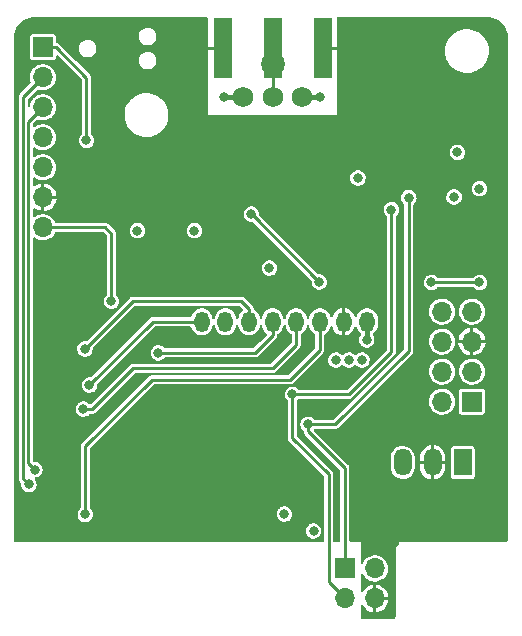
<source format=gbl>
G04 #@! TF.GenerationSoftware,KiCad,Pcbnew,(6.0.1-0)*
G04 #@! TF.CreationDate,2022-06-07T09:46:46+02:00*
G04 #@! TF.ProjectId,ithowifi_4l,6974686f-7769-4666-995f-346c2e6b6963,rev?*
G04 #@! TF.SameCoordinates,Original*
G04 #@! TF.FileFunction,Copper,L4,Bot*
G04 #@! TF.FilePolarity,Positive*
%FSLAX46Y46*%
G04 Gerber Fmt 4.6, Leading zero omitted, Abs format (unit mm)*
G04 Created by KiCad (PCBNEW (6.0.1-0)) date 2022-06-07 09:46:46*
%MOMM*%
%LPD*%
G01*
G04 APERTURE LIST*
G04 #@! TA.AperFunction,ComponentPad*
%ADD10R,1.500000X2.300000*%
G04 #@! TD*
G04 #@! TA.AperFunction,ComponentPad*
%ADD11O,1.500000X2.300000*%
G04 #@! TD*
G04 #@! TA.AperFunction,ComponentPad*
%ADD12R,1.700000X1.700000*%
G04 #@! TD*
G04 #@! TA.AperFunction,ComponentPad*
%ADD13O,1.700000X1.700000*%
G04 #@! TD*
G04 #@! TA.AperFunction,ComponentPad*
%ADD14C,2.000000*%
G04 #@! TD*
G04 #@! TA.AperFunction,SMDPad,CuDef*
%ADD15R,1.500000X5.080000*%
G04 #@! TD*
G04 #@! TA.AperFunction,SMDPad,CuDef*
%ADD16O,1.300000X1.750000*%
G04 #@! TD*
G04 #@! TA.AperFunction,SMDPad,CuDef*
%ADD17C,1.750000*%
G04 #@! TD*
G04 #@! TA.AperFunction,ViaPad*
%ADD18C,0.800000*%
G04 #@! TD*
G04 #@! TA.AperFunction,Conductor*
%ADD19C,0.406400*%
G04 #@! TD*
G04 #@! TA.AperFunction,Conductor*
%ADD20C,0.250000*%
G04 #@! TD*
G04 #@! TA.AperFunction,Conductor*
%ADD21C,0.254000*%
G04 #@! TD*
G04 #@! TA.AperFunction,Conductor*
%ADD22C,0.293370*%
G04 #@! TD*
G04 APERTURE END LIST*
D10*
X121259600Y-142951200D03*
D11*
X118719600Y-142951200D03*
X116179600Y-142951200D03*
D12*
X85725000Y-107797600D03*
D13*
X85725000Y-110337600D03*
X85725000Y-112877600D03*
X85725000Y-115417600D03*
X85725000Y-117957600D03*
X85725000Y-120497600D03*
X85725000Y-123037600D03*
D12*
X111292000Y-151928000D03*
D13*
X113832000Y-151928000D03*
X111292000Y-154468000D03*
X113832000Y-154468000D03*
D14*
X105182180Y-109251460D03*
D12*
X122047000Y-137795000D03*
D13*
X119507000Y-137795000D03*
X122047000Y-135255000D03*
X119507000Y-135255000D03*
X122047000Y-132715000D03*
X119507000Y-132715000D03*
X122047000Y-130175000D03*
X119507000Y-130175000D03*
D15*
X105181400Y-107848400D03*
X100931400Y-107848400D03*
X109431400Y-107848400D03*
D16*
X113172000Y-131039000D03*
X111172000Y-131039000D03*
X109172000Y-131039000D03*
X107172000Y-131039000D03*
X105172000Y-131039000D03*
X103172000Y-131039000D03*
X101172000Y-131039000D03*
X99172000Y-131039000D03*
D17*
X102672000Y-112039000D03*
X105172000Y-112039000D03*
X107672000Y-112039000D03*
D18*
X109220000Y-112014000D03*
X99187000Y-107442000D03*
X99187000Y-105918000D03*
X101092000Y-112014000D03*
X99187000Y-110871000D03*
X99187000Y-112522000D03*
X99187000Y-109093000D03*
X111125000Y-110871000D03*
X111125000Y-114173000D03*
X111125000Y-112522000D03*
X105918000Y-114173000D03*
X109220000Y-114173000D03*
X102489000Y-114173000D03*
X104140000Y-114173000D03*
X100965000Y-114173000D03*
X107569000Y-114173000D03*
X99187000Y-114173000D03*
X102432000Y-138568000D03*
X112032000Y-139368000D03*
X111632000Y-124168000D03*
X112732000Y-124168000D03*
X110532000Y-124168000D03*
X86741000Y-128270000D03*
X111125000Y-105918000D03*
X111125000Y-107442000D03*
X111125000Y-109093000D03*
X101727000Y-132715000D03*
X96647000Y-139750800D03*
X106172000Y-148590000D03*
X89154000Y-148590000D03*
X96647000Y-142798800D03*
X98171000Y-142798800D03*
X95148400Y-142798800D03*
X96647000Y-141274800D03*
X95148400Y-141274800D03*
X95148400Y-139750800D03*
X98171000Y-139750800D03*
X98171000Y-141274800D03*
X122682000Y-127698500D03*
X118618000Y-127698500D03*
X106172000Y-147320000D03*
X111632000Y-134268000D03*
X112732000Y-134268000D03*
X110532000Y-134268000D03*
X122682000Y-119761000D03*
X108631500Y-148751000D03*
X112395000Y-118872000D03*
X98552000Y-123317000D03*
X93726000Y-123317000D03*
X104902000Y-126492000D03*
X113132002Y-132568000D03*
X120813090Y-116686900D03*
X120532000Y-120468000D03*
X89407998Y-115671600D03*
X89309400Y-147345400D03*
X95504000Y-133668000D03*
X89154000Y-138430000D03*
X89662000Y-136397998D03*
X89281000Y-133350000D03*
X85039200Y-143560804D03*
X84531209Y-144805391D03*
X106849400Y-137185400D03*
X115232000Y-121538998D03*
X108174600Y-139725400D03*
X116697000Y-120539000D03*
X103378008Y-121920000D03*
X109132000Y-127668006D03*
X91524600Y-129294600D03*
D19*
X101117000Y-112039000D02*
X101092000Y-112014000D01*
D20*
X109431400Y-107848400D02*
X110718600Y-107848400D01*
X100931400Y-107848400D02*
X99593400Y-107848400D01*
X110718600Y-107848400D02*
X111125000Y-107442000D01*
D19*
X107672000Y-112039000D02*
X109195000Y-112039000D01*
D20*
X99593400Y-107848400D02*
X99187000Y-107442000D01*
D19*
X102672000Y-112039000D02*
X101117000Y-112039000D01*
X109195000Y-112039000D02*
X109220000Y-112014000D01*
D21*
X122682000Y-127698500D02*
X118618000Y-127698500D01*
D19*
X113172000Y-132528002D02*
X113132002Y-132568000D01*
X113172000Y-131039000D02*
X113172000Y-132528002D01*
D21*
X86829000Y-107797600D02*
X89407998Y-110376598D01*
X89407998Y-110376598D02*
X89407998Y-115671600D01*
X85725000Y-107797600D02*
X86829000Y-107797600D01*
X109172000Y-131039000D02*
X109172000Y-133398000D01*
X94918000Y-135968000D02*
X89309400Y-141576600D01*
X106602000Y-135968000D02*
X94918000Y-135968000D01*
X109172000Y-133398000D02*
X106602000Y-135968000D01*
X89309400Y-141576600D02*
X89309400Y-147345400D01*
X105172000Y-132168000D02*
X103672000Y-133668000D01*
X105172000Y-131039000D02*
X105172000Y-132168000D01*
X103672000Y-133668000D02*
X95504000Y-133668000D01*
X107172000Y-131039000D02*
X107172000Y-132985000D01*
X93378000Y-134968000D02*
X89916000Y-138430000D01*
X107172000Y-132985000D02*
X105189000Y-134968000D01*
X105189000Y-134968000D02*
X93378000Y-134968000D01*
X89916000Y-138430000D02*
X89154000Y-138430000D01*
X99172000Y-131039000D02*
X95020998Y-131039000D01*
X95020998Y-131039000D02*
X89662000Y-136397998D01*
X103172000Y-131039000D02*
X103172000Y-129932500D01*
X102525500Y-129286000D02*
X93345000Y-129286000D01*
X103172000Y-129932500D02*
X102525500Y-129286000D01*
X93345000Y-129286000D02*
X89281000Y-133350000D01*
D20*
X84498611Y-114103989D02*
X84498611Y-143020215D01*
X85725000Y-112877600D02*
X84498611Y-114103989D01*
X85039200Y-143560804D02*
X84498611Y-143020215D01*
X85725000Y-110337600D02*
X84048600Y-112014000D01*
X84048600Y-144322782D02*
X84531209Y-144805391D01*
X84048600Y-112014000D02*
X84048600Y-144322782D01*
D21*
X109932000Y-153108000D02*
X109932000Y-143968000D01*
X106849400Y-137185400D02*
X111614600Y-137185400D01*
X111614600Y-137185400D02*
X115232000Y-133568000D01*
X109932000Y-143968000D02*
X106849400Y-140885400D01*
X106849400Y-140885400D02*
X106849400Y-137185400D01*
X115232000Y-133568000D02*
X115232000Y-121538998D01*
X111292000Y-154468000D02*
X109932000Y-153108000D01*
X111292000Y-143428000D02*
X108174600Y-140310600D01*
X108174600Y-140310600D02*
X108174600Y-139725400D01*
X116697000Y-133503000D02*
X110474600Y-139725400D01*
X116697000Y-120539000D02*
X116697000Y-133503000D01*
X110474600Y-139725400D02*
X108174600Y-139725400D01*
X111292000Y-151928000D02*
X111292000Y-143428000D01*
X109132000Y-127668006D02*
X103383994Y-121920000D01*
X103383994Y-121920000D02*
X103378008Y-121920000D01*
D20*
X91524600Y-123579600D02*
X91524600Y-129294600D01*
X90982600Y-123037600D02*
X91524600Y-123579600D01*
X85725000Y-123037600D02*
X90982600Y-123037600D01*
D22*
X105172000Y-107857800D02*
X105181400Y-107848400D01*
X105172000Y-112039000D02*
X105172000Y-107857800D01*
G04 #@! TA.AperFunction,Conductor*
G36*
X99653531Y-105241213D02*
G01*
X99690076Y-105291513D01*
X99695000Y-105322600D01*
X99695000Y-113538000D01*
X110617000Y-113538000D01*
X110617000Y-108162186D01*
X119771018Y-108162186D01*
X119771364Y-108165812D01*
X119771364Y-108165815D01*
X119793590Y-108398774D01*
X119796579Y-108430100D01*
X119797443Y-108433631D01*
X119797444Y-108433637D01*
X119850253Y-108649449D01*
X119860547Y-108691518D01*
X119861914Y-108694893D01*
X119960217Y-108937592D01*
X119960220Y-108937599D01*
X119961583Y-108940963D01*
X119963421Y-108944103D01*
X119963423Y-108944106D01*
X119975063Y-108963986D01*
X120097569Y-109173210D01*
X120179577Y-109275756D01*
X120212761Y-109317250D01*
X120265658Y-109383395D01*
X120268320Y-109385881D01*
X120268323Y-109385885D01*
X120345080Y-109457587D01*
X120462327Y-109567113D01*
X120465317Y-109569187D01*
X120465318Y-109569188D01*
X120680461Y-109718438D01*
X120680465Y-109718440D01*
X120683457Y-109720516D01*
X120686719Y-109722139D01*
X120686721Y-109722140D01*
X120717693Y-109737548D01*
X120924416Y-109840391D01*
X120927874Y-109841525D01*
X120927875Y-109841525D01*
X121176693Y-109923092D01*
X121176696Y-109923093D01*
X121180156Y-109924227D01*
X121183750Y-109924851D01*
X121442299Y-109969743D01*
X121442305Y-109969744D01*
X121445319Y-109970267D01*
X121481922Y-109972089D01*
X121529116Y-109974439D01*
X121529129Y-109974439D01*
X121530348Y-109974500D01*
X121698374Y-109974500D01*
X121700188Y-109974368D01*
X121700199Y-109974368D01*
X121894788Y-109960249D01*
X121894790Y-109960249D01*
X121898425Y-109959985D01*
X121901983Y-109959199D01*
X121901986Y-109959199D01*
X122157667Y-109902749D01*
X122157670Y-109902748D01*
X122161226Y-109901963D01*
X122328025Y-109838769D01*
X122409501Y-109807901D01*
X122409504Y-109807900D01*
X122412900Y-109806613D01*
X122492933Y-109762159D01*
X122644989Y-109677699D01*
X122648172Y-109675931D01*
X122755008Y-109594396D01*
X122859210Y-109514872D01*
X122859212Y-109514870D01*
X122862116Y-109512654D01*
X122997809Y-109373847D01*
X123047696Y-109322815D01*
X123047699Y-109322812D01*
X123050249Y-109320203D01*
X123052395Y-109317255D01*
X123052399Y-109317250D01*
X123184383Y-109135922D01*
X123208630Y-109102610D01*
X123333941Y-108864433D01*
X123349365Y-108820757D01*
X123422345Y-108614095D01*
X123422346Y-108614091D01*
X123423557Y-108610662D01*
X123475601Y-108346611D01*
X123488982Y-108077814D01*
X123485439Y-108040673D01*
X123463767Y-107813525D01*
X123463767Y-107813523D01*
X123463421Y-107809900D01*
X123453100Y-107767718D01*
X123400319Y-107552021D01*
X123399453Y-107548482D01*
X123394922Y-107537296D01*
X123299783Y-107302408D01*
X123299780Y-107302401D01*
X123298417Y-107299037D01*
X123277980Y-107264132D01*
X123212490Y-107152285D01*
X123162431Y-107066790D01*
X123050018Y-106926224D01*
X122996619Y-106859452D01*
X122996618Y-106859450D01*
X122994342Y-106856605D01*
X122991680Y-106854119D01*
X122991677Y-106854115D01*
X122855271Y-106726692D01*
X122797673Y-106672887D01*
X122789011Y-106666878D01*
X122579539Y-106521562D01*
X122579535Y-106521560D01*
X122576543Y-106519484D01*
X122571056Y-106516754D01*
X122475773Y-106469352D01*
X122335584Y-106399609D01*
X122332125Y-106398475D01*
X122083307Y-106316908D01*
X122083304Y-106316907D01*
X122079844Y-106315773D01*
X122006596Y-106303055D01*
X121817701Y-106270257D01*
X121817695Y-106270256D01*
X121814681Y-106269733D01*
X121778078Y-106267911D01*
X121730884Y-106265561D01*
X121730871Y-106265561D01*
X121729652Y-106265500D01*
X121561626Y-106265500D01*
X121559812Y-106265632D01*
X121559801Y-106265632D01*
X121365212Y-106279751D01*
X121365210Y-106279751D01*
X121361575Y-106280015D01*
X121358017Y-106280801D01*
X121358014Y-106280801D01*
X121102333Y-106337251D01*
X121102330Y-106337252D01*
X121098774Y-106338037D01*
X121095369Y-106339327D01*
X120850499Y-106432099D01*
X120850496Y-106432100D01*
X120847100Y-106433387D01*
X120843924Y-106435151D01*
X120843922Y-106435152D01*
X120715169Y-106506668D01*
X120611828Y-106564069D01*
X120608930Y-106566280D01*
X120608931Y-106566280D01*
X120416196Y-106713371D01*
X120397884Y-106727346D01*
X120209751Y-106919797D01*
X120207605Y-106922745D01*
X120207601Y-106922750D01*
X120163529Y-106983299D01*
X120051370Y-107137390D01*
X120049671Y-107140620D01*
X120049670Y-107140621D01*
X120036283Y-107166066D01*
X119926059Y-107375567D01*
X119924846Y-107379001D01*
X119924845Y-107379004D01*
X119840425Y-107618063D01*
X119836443Y-107629338D01*
X119784399Y-107893389D01*
X119771018Y-108162186D01*
X110617000Y-108162186D01*
X110617000Y-105322600D01*
X110636213Y-105263469D01*
X110686513Y-105226924D01*
X110717600Y-105222000D01*
X123297076Y-105222000D01*
X123316701Y-105223933D01*
X123332000Y-105226976D01*
X123341718Y-105225043D01*
X123351626Y-105225043D01*
X123351626Y-105225051D01*
X123363913Y-105224283D01*
X123573308Y-105239259D01*
X123587515Y-105241302D01*
X123816876Y-105291196D01*
X123830648Y-105295240D01*
X124050574Y-105377268D01*
X124063627Y-105383229D01*
X124269655Y-105495729D01*
X124281717Y-105503482D01*
X124469623Y-105644146D01*
X124480471Y-105653545D01*
X124646455Y-105819529D01*
X124655854Y-105830377D01*
X124796516Y-106018279D01*
X124804271Y-106030345D01*
X124904340Y-106213606D01*
X124916770Y-106236370D01*
X124922732Y-106249426D01*
X125004760Y-106469352D01*
X125008804Y-106483124D01*
X125058698Y-106712485D01*
X125060741Y-106726692D01*
X125075717Y-106936087D01*
X125074949Y-106948374D01*
X125074957Y-106948374D01*
X125074957Y-106958282D01*
X125073024Y-106968000D01*
X125074957Y-106977718D01*
X125076067Y-106983299D01*
X125078000Y-107002924D01*
X125078000Y-149433075D01*
X125076067Y-149452701D01*
X125073024Y-149467999D01*
X125074957Y-149477718D01*
X125074957Y-149479291D01*
X125073718Y-149495029D01*
X125068451Y-149528283D01*
X125058725Y-149558216D01*
X125038252Y-149598397D01*
X125019752Y-149623861D01*
X125005078Y-149638535D01*
X124949680Y-149666761D01*
X124933943Y-149668000D01*
X115832000Y-149668000D01*
X115832000Y-149855540D01*
X115812787Y-149914671D01*
X115802532Y-149926678D01*
X115800086Y-149929124D01*
X115796262Y-149932262D01*
X115702039Y-150047073D01*
X115632025Y-150178061D01*
X115588910Y-150320190D01*
X115588426Y-150325106D01*
X115588425Y-150325110D01*
X115576139Y-150449862D01*
X115574958Y-150457823D01*
X115574958Y-150458278D01*
X115573024Y-150467999D01*
X115574957Y-150477717D01*
X115574957Y-150477719D01*
X115576067Y-150483298D01*
X115578000Y-150502923D01*
X115578000Y-155933075D01*
X115576067Y-155952701D01*
X115573024Y-155967999D01*
X115574957Y-155977718D01*
X115574957Y-155979291D01*
X115573718Y-155995029D01*
X115568451Y-156028283D01*
X115558725Y-156058216D01*
X115538252Y-156098397D01*
X115519752Y-156123861D01*
X115487861Y-156155752D01*
X115462397Y-156174252D01*
X115422216Y-156194725D01*
X115392283Y-156204451D01*
X115359029Y-156209718D01*
X115343291Y-156210957D01*
X115341718Y-156210957D01*
X115331999Y-156209024D01*
X115322281Y-156210957D01*
X115316701Y-156212067D01*
X115297075Y-156214000D01*
X112732600Y-156214000D01*
X112673469Y-156194787D01*
X112636924Y-156144487D01*
X112632000Y-156113400D01*
X112632000Y-155082028D01*
X112651213Y-155022897D01*
X112701513Y-154986352D01*
X112763687Y-154986352D01*
X112813987Y-155022897D01*
X112823959Y-155039911D01*
X112825700Y-155043687D01*
X112830289Y-155051635D01*
X112947456Y-155217424D01*
X112953428Y-155224416D01*
X113098846Y-155366077D01*
X113105982Y-155371855D01*
X113274782Y-155484644D01*
X113282857Y-155489027D01*
X113469379Y-155569164D01*
X113478118Y-155572003D01*
X113676123Y-155616807D01*
X113685233Y-155618006D01*
X113689079Y-155618157D01*
X113702124Y-155614478D01*
X113704779Y-155611110D01*
X113705000Y-155609873D01*
X113705000Y-155600611D01*
X113959000Y-155600611D01*
X113963188Y-155613501D01*
X113964378Y-155614365D01*
X113970453Y-155614883D01*
X114098176Y-155596364D01*
X114107103Y-155594221D01*
X114299349Y-155528963D01*
X114307733Y-155525230D01*
X114484865Y-155426031D01*
X114492433Y-155420830D01*
X114648518Y-155291015D01*
X114655015Y-155284518D01*
X114784830Y-155128433D01*
X114790031Y-155120865D01*
X114889230Y-154943733D01*
X114892963Y-154935349D01*
X114958221Y-154743103D01*
X114960364Y-154734176D01*
X114978258Y-154610768D01*
X114975963Y-154597411D01*
X114974909Y-154596385D01*
X114968969Y-154595000D01*
X113974933Y-154595000D01*
X113962043Y-154599188D01*
X113959000Y-154603377D01*
X113959000Y-155600611D01*
X113705000Y-155600611D01*
X113705000Y-154325067D01*
X113959000Y-154325067D01*
X113963188Y-154337957D01*
X113967377Y-154341000D01*
X114964144Y-154341000D01*
X114977034Y-154336812D01*
X114978729Y-154334479D01*
X114979140Y-154330801D01*
X114972749Y-154261241D01*
X114971076Y-154252219D01*
X114915968Y-154056821D01*
X114912677Y-154048247D01*
X114822886Y-153866168D01*
X114818091Y-153858343D01*
X114696618Y-153695672D01*
X114690473Y-153688847D01*
X114541397Y-153551043D01*
X114534108Y-153545449D01*
X114362415Y-153437120D01*
X114354228Y-153432948D01*
X114165668Y-153357720D01*
X114156867Y-153355113D01*
X113974628Y-153318863D01*
X113961168Y-153320456D01*
X113961134Y-153320487D01*
X113959000Y-153328665D01*
X113959000Y-154325067D01*
X113705000Y-154325067D01*
X113705000Y-153333948D01*
X113700812Y-153321058D01*
X113700197Y-153320611D01*
X113692937Y-153320088D01*
X113536380Y-153346989D01*
X113527508Y-153349366D01*
X113337047Y-153419631D01*
X113328748Y-153423590D01*
X113154282Y-153527386D01*
X113146850Y-153532786D01*
X112994216Y-153666642D01*
X112987895Y-153673303D01*
X112862208Y-153832737D01*
X112857208Y-153840436D01*
X112821630Y-153908058D01*
X112777094Y-153951443D01*
X112715563Y-153960364D01*
X112660540Y-153931415D01*
X112633041Y-153875652D01*
X112632000Y-153861217D01*
X112632000Y-152421875D01*
X112651213Y-152362744D01*
X112701513Y-152326199D01*
X112763687Y-152326199D01*
X112813987Y-152362744D01*
X112823958Y-152379757D01*
X112871377Y-152482616D01*
X112988533Y-152648389D01*
X113133938Y-152790035D01*
X113137774Y-152792598D01*
X113137775Y-152792599D01*
X113207517Y-152839199D01*
X113302720Y-152902812D01*
X113306956Y-152904632D01*
X113306958Y-152904633D01*
X113439283Y-152961484D01*
X113489228Y-152982942D01*
X113587161Y-153005102D01*
X113682716Y-153026724D01*
X113682719Y-153026724D01*
X113687216Y-153027742D01*
X113788635Y-153031727D01*
X113885444Y-153035531D01*
X113885445Y-153035531D01*
X113890053Y-153035712D01*
X113894610Y-153035051D01*
X113894615Y-153035051D01*
X113990499Y-153021148D01*
X114090945Y-153006584D01*
X114283165Y-152941334D01*
X114460276Y-152842147D01*
X114507265Y-152803067D01*
X114612798Y-152715295D01*
X114616345Y-152712345D01*
X114627737Y-152698648D01*
X114743199Y-152559821D01*
X114743201Y-152559818D01*
X114746147Y-152556276D01*
X114845334Y-152379165D01*
X114910584Y-152186945D01*
X114939712Y-151986053D01*
X114941232Y-151928000D01*
X114922658Y-151725859D01*
X114867557Y-151530487D01*
X114777776Y-151348428D01*
X114656320Y-151185779D01*
X114507258Y-151047987D01*
X114503362Y-151045529D01*
X114503357Y-151045525D01*
X114397443Y-150978699D01*
X114335581Y-150939667D01*
X114147039Y-150864446D01*
X113947946Y-150824844D01*
X113845351Y-150823501D01*
X113749585Y-150822247D01*
X113749581Y-150822247D01*
X113744971Y-150822187D01*
X113544910Y-150856564D01*
X113540588Y-150858158D01*
X113540586Y-150858159D01*
X113358791Y-150925227D01*
X113358788Y-150925228D01*
X113354463Y-150926824D01*
X113180010Y-151030612D01*
X113176544Y-151033651D01*
X113176542Y-151033653D01*
X113030859Y-151161414D01*
X113030856Y-151161417D01*
X113027392Y-151164455D01*
X112901720Y-151323869D01*
X112899574Y-151327948D01*
X112821630Y-151476094D01*
X112777094Y-151519479D01*
X112715563Y-151528400D01*
X112660540Y-151499451D01*
X112633041Y-151443688D01*
X112632000Y-151429253D01*
X112632000Y-149668000D01*
X111774100Y-149668000D01*
X111714969Y-149648787D01*
X111678424Y-149598487D01*
X111673500Y-149567400D01*
X111673500Y-143479433D01*
X111675754Y-143458259D01*
X111676596Y-143454350D01*
X111676596Y-143454342D01*
X111678345Y-143446220D01*
X111674197Y-143411173D01*
X111673728Y-143403209D01*
X111673644Y-143402197D01*
X115175100Y-143402197D01*
X115175357Y-143404726D01*
X115175357Y-143404728D01*
X115175456Y-143405700D01*
X115190542Y-143554224D01*
X115251567Y-143748955D01*
X115254033Y-143753404D01*
X115254034Y-143753406D01*
X115307159Y-143849245D01*
X115350502Y-143927438D01*
X115483305Y-144082382D01*
X115487335Y-144085508D01*
X115623054Y-144190782D01*
X115644551Y-144207457D01*
X115827654Y-144297555D01*
X116025133Y-144348994D01*
X116030218Y-144349261D01*
X116030221Y-144349261D01*
X116134669Y-144354735D01*
X116228923Y-144359675D01*
X116430697Y-144329159D01*
X116435482Y-144327399D01*
X116435484Y-144327398D01*
X116617432Y-144260454D01*
X116617434Y-144260453D01*
X116622215Y-144258694D01*
X116626543Y-144256010D01*
X116626546Y-144256009D01*
X116791318Y-144153846D01*
X116791321Y-144153844D01*
X116795651Y-144151159D01*
X116943923Y-144010946D01*
X116989612Y-143945695D01*
X117058053Y-143847951D01*
X117058054Y-143847950D01*
X117060972Y-143843782D01*
X117142018Y-143656497D01*
X117179008Y-143479433D01*
X117182959Y-143460523D01*
X117182959Y-143460519D01*
X117183749Y-143456740D01*
X117184100Y-143450042D01*
X117184100Y-143400795D01*
X117664800Y-143400795D01*
X117665040Y-143405700D01*
X117679402Y-143552171D01*
X117681305Y-143561785D01*
X117738246Y-143750383D01*
X117741981Y-143759444D01*
X117834476Y-143933403D01*
X117839892Y-143941554D01*
X117964412Y-144094230D01*
X117971313Y-144101180D01*
X118123121Y-144226767D01*
X118131233Y-144232238D01*
X118304542Y-144325945D01*
X118313573Y-144329742D01*
X118501780Y-144388002D01*
X118511367Y-144389970D01*
X118576753Y-144396842D01*
X118590012Y-144394024D01*
X118591705Y-144392144D01*
X118592600Y-144387934D01*
X118592600Y-144382914D01*
X118846600Y-144382914D01*
X118850788Y-144395804D01*
X118853141Y-144397513D01*
X118856777Y-144397921D01*
X118913307Y-144392776D01*
X118922926Y-144390941D01*
X119111928Y-144335315D01*
X119121005Y-144331648D01*
X119295599Y-144240372D01*
X119303805Y-144235002D01*
X119457339Y-144111557D01*
X119464338Y-144104704D01*
X119590978Y-143953780D01*
X119596513Y-143945695D01*
X119691425Y-143773051D01*
X119695281Y-143764056D01*
X119754855Y-143576256D01*
X119756892Y-143566675D01*
X119774087Y-143413375D01*
X119774400Y-143407776D01*
X119774400Y-143094133D01*
X119770212Y-143081243D01*
X119766023Y-143078200D01*
X118862533Y-143078200D01*
X118849643Y-143082388D01*
X118846600Y-143086577D01*
X118846600Y-144382914D01*
X118592600Y-144382914D01*
X118592600Y-143094133D01*
X118588412Y-143081243D01*
X118584223Y-143078200D01*
X117680733Y-143078200D01*
X117667843Y-143082388D01*
X117664800Y-143086577D01*
X117664800Y-143400795D01*
X117184100Y-143400795D01*
X117184100Y-142808267D01*
X117664800Y-142808267D01*
X117668988Y-142821157D01*
X117673177Y-142824200D01*
X118576667Y-142824200D01*
X118589557Y-142820012D01*
X118592600Y-142815823D01*
X118592600Y-142808267D01*
X118846600Y-142808267D01*
X118850788Y-142821157D01*
X118854977Y-142824200D01*
X119758467Y-142824200D01*
X119771357Y-142820012D01*
X119774400Y-142815823D01*
X119774400Y-142501605D01*
X119774160Y-142496700D01*
X119759798Y-142350229D01*
X119757895Y-142340615D01*
X119700954Y-142152017D01*
X119697219Y-142142956D01*
X119604724Y-141968997D01*
X119599308Y-141960846D01*
X119474788Y-141808170D01*
X119467887Y-141801220D01*
X119437562Y-141776133D01*
X120255100Y-141776133D01*
X120255101Y-144126266D01*
X120260587Y-144153846D01*
X120267753Y-144189875D01*
X120269866Y-144200501D01*
X120275369Y-144208736D01*
X120275369Y-144208737D01*
X120317351Y-144271566D01*
X120326116Y-144284684D01*
X120334353Y-144290188D01*
X120342011Y-144295305D01*
X120410299Y-144340934D01*
X120450820Y-144348994D01*
X120479681Y-144354735D01*
X120479682Y-144354735D01*
X120484533Y-144355700D01*
X120489480Y-144355700D01*
X121260305Y-144355699D01*
X122034666Y-144355699D01*
X122086543Y-144345381D01*
X122099184Y-144342867D01*
X122099186Y-144342866D01*
X122108901Y-144340934D01*
X122117311Y-144335315D01*
X122184847Y-144290188D01*
X122193084Y-144284684D01*
X122249334Y-144200501D01*
X122264100Y-144126267D01*
X122264099Y-141776134D01*
X122257042Y-141740652D01*
X122251267Y-141711616D01*
X122251266Y-141711614D01*
X122249334Y-141701899D01*
X122243830Y-141693661D01*
X122198588Y-141625953D01*
X122193084Y-141617716D01*
X122108901Y-141561466D01*
X122060361Y-141551811D01*
X122039519Y-141547665D01*
X122039518Y-141547665D01*
X122034667Y-141546700D01*
X122029720Y-141546700D01*
X121258895Y-141546701D01*
X120484534Y-141546701D01*
X120452165Y-141553139D01*
X120420016Y-141559533D01*
X120420014Y-141559534D01*
X120410299Y-141561466D01*
X120402064Y-141566969D01*
X120402063Y-141566969D01*
X120342011Y-141607095D01*
X120326116Y-141617716D01*
X120269866Y-141701899D01*
X120255100Y-141776133D01*
X119437562Y-141776133D01*
X119316079Y-141675633D01*
X119307967Y-141670162D01*
X119134658Y-141576455D01*
X119125627Y-141572658D01*
X118937420Y-141514398D01*
X118927833Y-141512430D01*
X118862447Y-141505558D01*
X118849188Y-141508376D01*
X118847495Y-141510256D01*
X118846600Y-141514466D01*
X118846600Y-142808267D01*
X118592600Y-142808267D01*
X118592600Y-141519486D01*
X118588412Y-141506596D01*
X118586059Y-141504887D01*
X118582423Y-141504479D01*
X118525893Y-141509624D01*
X118516274Y-141511459D01*
X118327272Y-141567085D01*
X118318195Y-141570752D01*
X118143601Y-141662028D01*
X118135395Y-141667398D01*
X117981861Y-141790843D01*
X117974862Y-141797696D01*
X117848222Y-141948620D01*
X117842687Y-141956705D01*
X117747775Y-142129349D01*
X117743919Y-142138344D01*
X117684345Y-142326144D01*
X117682308Y-142335725D01*
X117665113Y-142489025D01*
X117664800Y-142494624D01*
X117664800Y-142808267D01*
X117184100Y-142808267D01*
X117184100Y-142500203D01*
X117168658Y-142348176D01*
X117107633Y-142153445D01*
X117099263Y-142138344D01*
X117011169Y-141979420D01*
X117008698Y-141974962D01*
X116875895Y-141820018D01*
X116765803Y-141734622D01*
X116718678Y-141698068D01*
X116718677Y-141698067D01*
X116714649Y-141694943D01*
X116531546Y-141604845D01*
X116334067Y-141553406D01*
X116328982Y-141553139D01*
X116328979Y-141553139D01*
X116213814Y-141547103D01*
X116130277Y-141542725D01*
X115928503Y-141573241D01*
X115923718Y-141575001D01*
X115923716Y-141575002D01*
X115741768Y-141641946D01*
X115741766Y-141641947D01*
X115736985Y-141643706D01*
X115732657Y-141646390D01*
X115732654Y-141646391D01*
X115567882Y-141748554D01*
X115567879Y-141748556D01*
X115563549Y-141751241D01*
X115415277Y-141891454D01*
X115298228Y-142058618D01*
X115217182Y-142245903D01*
X115175451Y-142445660D01*
X115175100Y-142452358D01*
X115175100Y-143402197D01*
X111673644Y-143402197D01*
X111673500Y-143400451D01*
X111673500Y-143396308D01*
X111672820Y-143392220D01*
X111672819Y-143392213D01*
X111670213Y-143376555D01*
X111669545Y-143371865D01*
X111664394Y-143328349D01*
X111663417Y-143320092D01*
X111660053Y-143313086D01*
X111659198Y-143310385D01*
X111657922Y-143302717D01*
X111653975Y-143295402D01*
X111653974Y-143295399D01*
X111633169Y-143256842D01*
X111631016Y-143252618D01*
X111608440Y-143205602D01*
X111604830Y-143201308D01*
X111603285Y-143199763D01*
X111602464Y-143198868D01*
X111600867Y-143196976D01*
X111597612Y-143190943D01*
X111591506Y-143185299D01*
X111591504Y-143185296D01*
X111557448Y-143153816D01*
X111554600Y-143151078D01*
X108684924Y-140281401D01*
X108656698Y-140226003D01*
X108666424Y-140164595D01*
X108674355Y-140151573D01*
X108676342Y-140148807D01*
X108726445Y-140111992D01*
X108758046Y-140106900D01*
X110423167Y-140106900D01*
X110444339Y-140109153D01*
X110448254Y-140109996D01*
X110448256Y-140109996D01*
X110456380Y-140111745D01*
X110491428Y-140107597D01*
X110499388Y-140107128D01*
X110502147Y-140106900D01*
X110506292Y-140106900D01*
X110510380Y-140106220D01*
X110510387Y-140106219D01*
X110526033Y-140103615D01*
X110530724Y-140102947D01*
X110574254Y-140097795D01*
X110574255Y-140097795D01*
X110582507Y-140096818D01*
X110589516Y-140093452D01*
X110592217Y-140092598D01*
X110599883Y-140091322D01*
X110645781Y-140066556D01*
X110649970Y-140064422D01*
X110664150Y-140057613D01*
X110691293Y-140044580D01*
X110691296Y-140044578D01*
X110696998Y-140041840D01*
X110701292Y-140038230D01*
X110702837Y-140036685D01*
X110703732Y-140035864D01*
X110705624Y-140034267D01*
X110711657Y-140031012D01*
X110748785Y-139990847D01*
X110751523Y-139987999D01*
X112973558Y-137765964D01*
X118398148Y-137765964D01*
X118411424Y-137968522D01*
X118412557Y-137972983D01*
X118434228Y-138058310D01*
X118461392Y-138165269D01*
X118546377Y-138349616D01*
X118663533Y-138515389D01*
X118808938Y-138657035D01*
X118812774Y-138659598D01*
X118812775Y-138659599D01*
X118864249Y-138693993D01*
X118977720Y-138769812D01*
X118981956Y-138771632D01*
X118981958Y-138771633D01*
X119159989Y-138848121D01*
X119164228Y-138849942D01*
X119212236Y-138860805D01*
X119357716Y-138893724D01*
X119357719Y-138893724D01*
X119362216Y-138894742D01*
X119458748Y-138898535D01*
X119560444Y-138902531D01*
X119560445Y-138902531D01*
X119565053Y-138902712D01*
X119569610Y-138902051D01*
X119569615Y-138902051D01*
X119675713Y-138886667D01*
X119765945Y-138873584D01*
X119958165Y-138808334D01*
X120135276Y-138709147D01*
X120151748Y-138695448D01*
X120287798Y-138582295D01*
X120291345Y-138579345D01*
X120302737Y-138565648D01*
X120418199Y-138426821D01*
X120418201Y-138426818D01*
X120421147Y-138423276D01*
X120520334Y-138246165D01*
X120585584Y-138053945D01*
X120614712Y-137853053D01*
X120616232Y-137795000D01*
X120609371Y-137720335D01*
X120598080Y-137597447D01*
X120598079Y-137597442D01*
X120597658Y-137592859D01*
X120542557Y-137397487D01*
X120452776Y-137215428D01*
X120331320Y-137052779D01*
X120192960Y-136924880D01*
X120942500Y-136924880D01*
X120942501Y-137795797D01*
X120942501Y-138670066D01*
X120946983Y-138692600D01*
X120953153Y-138723620D01*
X120957266Y-138744301D01*
X120962769Y-138752536D01*
X120962769Y-138752537D01*
X121002320Y-138811728D01*
X121013516Y-138828484D01*
X121097699Y-138884734D01*
X121142895Y-138893724D01*
X121167081Y-138898535D01*
X121167082Y-138898535D01*
X121171933Y-138899500D01*
X121176880Y-138899500D01*
X122047796Y-138899499D01*
X122922066Y-138899499D01*
X122957548Y-138892442D01*
X122986584Y-138886667D01*
X122986586Y-138886666D01*
X122996301Y-138884734D01*
X123016347Y-138871340D01*
X123072247Y-138833988D01*
X123080484Y-138828484D01*
X123091833Y-138811500D01*
X123102159Y-138796045D01*
X123136734Y-138744301D01*
X123151500Y-138670067D01*
X123151500Y-137795000D01*
X123151499Y-136924872D01*
X123151499Y-136919934D01*
X123142332Y-136873844D01*
X123138667Y-136855416D01*
X123138666Y-136855414D01*
X123136734Y-136845699D01*
X123131230Y-136837461D01*
X123085988Y-136769753D01*
X123080484Y-136761516D01*
X122996301Y-136705266D01*
X122947761Y-136695611D01*
X122926919Y-136691465D01*
X122926918Y-136691465D01*
X122922067Y-136690500D01*
X122917120Y-136690500D01*
X122046204Y-136690501D01*
X121171934Y-136690501D01*
X121137665Y-136697317D01*
X121107416Y-136703333D01*
X121107414Y-136703334D01*
X121097699Y-136705266D01*
X121089464Y-136710769D01*
X121089463Y-136710769D01*
X121024185Y-136754387D01*
X121013516Y-136761516D01*
X120957266Y-136845699D01*
X120955333Y-136855418D01*
X120943974Y-136912525D01*
X120942500Y-136919933D01*
X120942500Y-136924880D01*
X120192960Y-136924880D01*
X120182258Y-136914987D01*
X120178362Y-136912529D01*
X120178357Y-136912525D01*
X120087847Y-136855418D01*
X120010581Y-136806667D01*
X120003646Y-136803900D01*
X119867021Y-136749392D01*
X119822039Y-136731446D01*
X119622946Y-136691844D01*
X119520351Y-136690501D01*
X119424585Y-136689247D01*
X119424581Y-136689247D01*
X119419971Y-136689187D01*
X119219910Y-136723564D01*
X119215588Y-136725158D01*
X119215586Y-136725159D01*
X119033791Y-136792227D01*
X119033788Y-136792228D01*
X119029463Y-136793824D01*
X118855010Y-136897612D01*
X118851544Y-136900651D01*
X118851542Y-136900653D01*
X118705859Y-137028414D01*
X118705856Y-137028417D01*
X118702392Y-137031455D01*
X118699539Y-137035074D01*
X118699538Y-137035075D01*
X118686822Y-137051205D01*
X118576720Y-137190869D01*
X118482203Y-137370515D01*
X118480836Y-137374918D01*
X118441426Y-137501840D01*
X118422007Y-137564378D01*
X118398148Y-137765964D01*
X112973558Y-137765964D01*
X115513559Y-135225964D01*
X118398148Y-135225964D01*
X118411424Y-135428522D01*
X118412557Y-135432983D01*
X118450974Y-135584247D01*
X118461392Y-135625269D01*
X118546377Y-135809616D01*
X118663533Y-135975389D01*
X118808938Y-136117035D01*
X118977720Y-136229812D01*
X118981956Y-136231632D01*
X118981958Y-136231633D01*
X119159989Y-136308121D01*
X119164228Y-136309942D01*
X119252753Y-136329973D01*
X119357716Y-136353724D01*
X119357719Y-136353724D01*
X119362216Y-136354742D01*
X119463635Y-136358727D01*
X119560444Y-136362531D01*
X119560445Y-136362531D01*
X119565053Y-136362712D01*
X119569610Y-136362051D01*
X119569615Y-136362051D01*
X119665499Y-136348148D01*
X119765945Y-136333584D01*
X119958165Y-136268334D01*
X120135276Y-136169147D01*
X120197934Y-136117035D01*
X120287798Y-136042295D01*
X120291345Y-136039345D01*
X120302737Y-136025648D01*
X120418199Y-135886821D01*
X120418201Y-135886818D01*
X120421147Y-135883276D01*
X120520334Y-135706165D01*
X120585584Y-135513945D01*
X120614712Y-135313053D01*
X120614844Y-135308042D01*
X120616155Y-135257956D01*
X120616155Y-135257949D01*
X120616232Y-135255000D01*
X120613564Y-135225964D01*
X120938148Y-135225964D01*
X120951424Y-135428522D01*
X120952557Y-135432983D01*
X120990974Y-135584247D01*
X121001392Y-135625269D01*
X121086377Y-135809616D01*
X121203533Y-135975389D01*
X121348938Y-136117035D01*
X121517720Y-136229812D01*
X121521956Y-136231632D01*
X121521958Y-136231633D01*
X121699989Y-136308121D01*
X121704228Y-136309942D01*
X121792753Y-136329973D01*
X121897716Y-136353724D01*
X121897719Y-136353724D01*
X121902216Y-136354742D01*
X122003635Y-136358727D01*
X122100444Y-136362531D01*
X122100445Y-136362531D01*
X122105053Y-136362712D01*
X122109610Y-136362051D01*
X122109615Y-136362051D01*
X122205499Y-136348148D01*
X122305945Y-136333584D01*
X122498165Y-136268334D01*
X122675276Y-136169147D01*
X122737934Y-136117035D01*
X122827798Y-136042295D01*
X122831345Y-136039345D01*
X122842737Y-136025648D01*
X122958199Y-135886821D01*
X122958201Y-135886818D01*
X122961147Y-135883276D01*
X123060334Y-135706165D01*
X123125584Y-135513945D01*
X123154712Y-135313053D01*
X123154844Y-135308042D01*
X123156155Y-135257956D01*
X123156155Y-135257949D01*
X123156232Y-135255000D01*
X123137658Y-135052859D01*
X123082557Y-134857487D01*
X122992776Y-134675428D01*
X122871320Y-134512779D01*
X122722258Y-134374987D01*
X122718362Y-134372529D01*
X122718357Y-134372525D01*
X122580594Y-134285604D01*
X122550581Y-134266667D01*
X122362039Y-134191446D01*
X122162946Y-134151844D01*
X122061459Y-134150516D01*
X121964585Y-134149247D01*
X121964581Y-134149247D01*
X121959971Y-134149187D01*
X121759910Y-134183564D01*
X121755588Y-134185158D01*
X121755586Y-134185159D01*
X121573791Y-134252227D01*
X121573788Y-134252228D01*
X121569463Y-134253824D01*
X121565497Y-134256184D01*
X121565496Y-134256184D01*
X121545635Y-134268000D01*
X121395010Y-134357612D01*
X121391544Y-134360651D01*
X121391542Y-134360653D01*
X121245859Y-134488414D01*
X121245856Y-134488417D01*
X121242392Y-134491455D01*
X121116720Y-134650869D01*
X121022203Y-134830515D01*
X120962007Y-135024378D01*
X120938148Y-135225964D01*
X120613564Y-135225964D01*
X120597658Y-135052859D01*
X120542557Y-134857487D01*
X120452776Y-134675428D01*
X120331320Y-134512779D01*
X120182258Y-134374987D01*
X120178362Y-134372529D01*
X120178357Y-134372525D01*
X120040594Y-134285604D01*
X120010581Y-134266667D01*
X119822039Y-134191446D01*
X119622946Y-134151844D01*
X119521459Y-134150516D01*
X119424585Y-134149247D01*
X119424581Y-134149247D01*
X119419971Y-134149187D01*
X119219910Y-134183564D01*
X119215588Y-134185158D01*
X119215586Y-134185159D01*
X119033791Y-134252227D01*
X119033788Y-134252228D01*
X119029463Y-134253824D01*
X119025497Y-134256184D01*
X119025496Y-134256184D01*
X119005635Y-134268000D01*
X118855010Y-134357612D01*
X118851544Y-134360651D01*
X118851542Y-134360653D01*
X118705859Y-134488414D01*
X118705856Y-134488417D01*
X118702392Y-134491455D01*
X118576720Y-134650869D01*
X118482203Y-134830515D01*
X118422007Y-135024378D01*
X118398148Y-135225964D01*
X115513559Y-135225964D01*
X116930395Y-133809128D01*
X116946959Y-133795751D01*
X116957304Y-133789071D01*
X116963821Y-133780805D01*
X116979153Y-133761356D01*
X116984449Y-133755396D01*
X116986236Y-133753287D01*
X116989171Y-133750352D01*
X117000834Y-133734032D01*
X117003627Y-133730312D01*
X117035934Y-133689330D01*
X117038509Y-133681997D01*
X117039818Y-133679478D01*
X117044334Y-133673158D01*
X117058096Y-133627139D01*
X117059269Y-133623218D01*
X117060727Y-133618730D01*
X117078016Y-133569498D01*
X117078500Y-133563909D01*
X117078500Y-133561744D01*
X117078554Y-133560495D01*
X117078762Y-133558041D01*
X117080725Y-133551476D01*
X117078578Y-133496839D01*
X117078500Y-133492889D01*
X117078500Y-132685964D01*
X118398148Y-132685964D01*
X118411424Y-132888522D01*
X118412557Y-132892983D01*
X118454331Y-133057465D01*
X118461392Y-133085269D01*
X118546377Y-133269616D01*
X118663533Y-133435389D01*
X118808938Y-133577035D01*
X118812774Y-133579598D01*
X118812775Y-133579599D01*
X118829628Y-133590860D01*
X118977720Y-133689812D01*
X118981956Y-133691632D01*
X118981958Y-133691633D01*
X119159989Y-133768121D01*
X119164228Y-133769942D01*
X119212236Y-133780805D01*
X119357716Y-133813724D01*
X119357719Y-133813724D01*
X119362216Y-133814742D01*
X119459206Y-133818553D01*
X119560444Y-133822531D01*
X119560445Y-133822531D01*
X119565053Y-133822712D01*
X119569610Y-133822051D01*
X119569615Y-133822051D01*
X119665499Y-133808148D01*
X119765945Y-133793584D01*
X119958165Y-133728334D01*
X120135276Y-133629147D01*
X120139924Y-133625282D01*
X120283046Y-133506247D01*
X120291345Y-133499345D01*
X120324967Y-133458919D01*
X120418199Y-133346821D01*
X120418201Y-133346818D01*
X120421147Y-133343276D01*
X120520334Y-133166165D01*
X120585584Y-132973945D01*
X120603330Y-132851555D01*
X120898590Y-132851555D01*
X120901230Y-132891831D01*
X120902664Y-132900885D01*
X120952640Y-133097668D01*
X120955703Y-133106315D01*
X121040702Y-133290691D01*
X121045289Y-133298635D01*
X121162456Y-133464424D01*
X121168428Y-133471416D01*
X121313846Y-133613077D01*
X121320982Y-133618855D01*
X121489782Y-133731644D01*
X121497857Y-133736027D01*
X121684379Y-133816164D01*
X121693118Y-133819003D01*
X121891123Y-133863807D01*
X121900233Y-133865006D01*
X121904079Y-133865157D01*
X121917124Y-133861478D01*
X121919779Y-133858110D01*
X121920000Y-133856873D01*
X121920000Y-133847611D01*
X122174000Y-133847611D01*
X122178188Y-133860501D01*
X122179378Y-133861365D01*
X122185453Y-133861883D01*
X122313176Y-133843364D01*
X122322103Y-133841221D01*
X122514349Y-133775963D01*
X122522733Y-133772230D01*
X122699865Y-133673031D01*
X122707433Y-133667830D01*
X122863518Y-133538015D01*
X122870015Y-133531518D01*
X122999830Y-133375433D01*
X123005031Y-133367865D01*
X123104230Y-133190733D01*
X123107963Y-133182349D01*
X123173221Y-132990103D01*
X123175364Y-132981176D01*
X123193258Y-132857768D01*
X123190963Y-132844411D01*
X123189909Y-132843385D01*
X123183969Y-132842000D01*
X122189933Y-132842000D01*
X122177043Y-132846188D01*
X122174000Y-132850377D01*
X122174000Y-133847611D01*
X121920000Y-133847611D01*
X121920000Y-132857933D01*
X121915812Y-132845043D01*
X121911623Y-132842000D01*
X120913897Y-132842000D01*
X120901007Y-132846188D01*
X120898898Y-132849091D01*
X120898590Y-132851555D01*
X120603330Y-132851555D01*
X120614712Y-132773053D01*
X120615771Y-132732637D01*
X120616155Y-132717956D01*
X120616155Y-132717949D01*
X120616232Y-132715000D01*
X120611764Y-132666375D01*
X120603109Y-132572177D01*
X120900961Y-132572177D01*
X120903605Y-132585470D01*
X120905204Y-132586948D01*
X120909997Y-132588000D01*
X121904067Y-132588000D01*
X121916957Y-132583812D01*
X121920000Y-132579623D01*
X121920000Y-132572067D01*
X122174000Y-132572067D01*
X122178188Y-132584957D01*
X122182377Y-132588000D01*
X123179144Y-132588000D01*
X123192034Y-132583812D01*
X123193729Y-132581479D01*
X123194140Y-132577801D01*
X123187749Y-132508241D01*
X123186076Y-132499219D01*
X123130968Y-132303821D01*
X123127677Y-132295247D01*
X123037886Y-132113168D01*
X123033091Y-132105343D01*
X122911618Y-131942672D01*
X122905473Y-131935847D01*
X122756397Y-131798043D01*
X122749108Y-131792449D01*
X122577415Y-131684120D01*
X122569228Y-131679948D01*
X122380668Y-131604720D01*
X122371867Y-131602113D01*
X122189628Y-131565863D01*
X122176168Y-131567456D01*
X122176134Y-131567487D01*
X122174000Y-131575665D01*
X122174000Y-132572067D01*
X121920000Y-132572067D01*
X121920000Y-131580948D01*
X121915812Y-131568058D01*
X121915197Y-131567611D01*
X121907937Y-131567088D01*
X121751380Y-131593989D01*
X121742508Y-131596366D01*
X121552047Y-131666631D01*
X121543748Y-131670590D01*
X121369282Y-131774386D01*
X121361850Y-131779786D01*
X121209216Y-131913642D01*
X121202895Y-131920303D01*
X121077208Y-132079737D01*
X121072208Y-132087436D01*
X120977679Y-132267105D01*
X120974166Y-132275587D01*
X120913963Y-132469473D01*
X120912055Y-132478450D01*
X120900961Y-132572177D01*
X120603109Y-132572177D01*
X120598080Y-132517447D01*
X120598079Y-132517442D01*
X120597658Y-132512859D01*
X120548387Y-132338158D01*
X120543809Y-132321926D01*
X120543809Y-132321925D01*
X120542557Y-132317487D01*
X120452776Y-132135428D01*
X120331320Y-131972779D01*
X120182258Y-131834987D01*
X120178362Y-131832529D01*
X120178357Y-131832525D01*
X120086211Y-131774386D01*
X120010581Y-131726667D01*
X119822039Y-131651446D01*
X119622946Y-131611844D01*
X119521459Y-131610516D01*
X119424585Y-131609247D01*
X119424581Y-131609247D01*
X119419971Y-131609187D01*
X119219910Y-131643564D01*
X119215588Y-131645158D01*
X119215586Y-131645159D01*
X119033791Y-131712227D01*
X119033788Y-131712228D01*
X119029463Y-131713824D01*
X118855010Y-131817612D01*
X118851544Y-131820651D01*
X118851542Y-131820653D01*
X118705859Y-131948414D01*
X118705856Y-131948417D01*
X118702392Y-131951455D01*
X118576720Y-132110869D01*
X118482203Y-132290515D01*
X118466374Y-132341493D01*
X118423848Y-132478450D01*
X118422007Y-132484378D01*
X118398148Y-132685964D01*
X117078500Y-132685964D01*
X117078500Y-130145964D01*
X118398148Y-130145964D01*
X118411424Y-130348522D01*
X118412557Y-130352983D01*
X118434855Y-130440779D01*
X118461392Y-130545269D01*
X118546377Y-130729616D01*
X118663533Y-130895389D01*
X118808938Y-131037035D01*
X118977720Y-131149812D01*
X118981956Y-131151632D01*
X118981958Y-131151633D01*
X119159989Y-131228121D01*
X119164228Y-131229942D01*
X119262161Y-131252102D01*
X119357716Y-131273724D01*
X119357719Y-131273724D01*
X119362216Y-131274742D01*
X119463634Y-131278727D01*
X119560444Y-131282531D01*
X119560445Y-131282531D01*
X119565053Y-131282712D01*
X119569610Y-131282051D01*
X119569615Y-131282051D01*
X119665499Y-131268148D01*
X119765945Y-131253584D01*
X119958165Y-131188334D01*
X120135276Y-131089147D01*
X120197934Y-131037035D01*
X120287798Y-130962295D01*
X120291345Y-130959345D01*
X120302737Y-130945648D01*
X120418199Y-130806821D01*
X120418201Y-130806818D01*
X120421147Y-130803276D01*
X120520334Y-130626165D01*
X120585584Y-130433945D01*
X120614712Y-130233053D01*
X120615812Y-130191075D01*
X120616155Y-130177956D01*
X120616155Y-130177949D01*
X120616232Y-130175000D01*
X120613564Y-130145964D01*
X120938148Y-130145964D01*
X120951424Y-130348522D01*
X120952557Y-130352983D01*
X120974855Y-130440779D01*
X121001392Y-130545269D01*
X121086377Y-130729616D01*
X121203533Y-130895389D01*
X121348938Y-131037035D01*
X121517720Y-131149812D01*
X121521956Y-131151632D01*
X121521958Y-131151633D01*
X121699989Y-131228121D01*
X121704228Y-131229942D01*
X121802161Y-131252102D01*
X121897716Y-131273724D01*
X121897719Y-131273724D01*
X121902216Y-131274742D01*
X122003634Y-131278727D01*
X122100444Y-131282531D01*
X122100445Y-131282531D01*
X122105053Y-131282712D01*
X122109610Y-131282051D01*
X122109615Y-131282051D01*
X122205499Y-131268148D01*
X122305945Y-131253584D01*
X122498165Y-131188334D01*
X122675276Y-131089147D01*
X122737934Y-131037035D01*
X122827798Y-130962295D01*
X122831345Y-130959345D01*
X122842737Y-130945648D01*
X122958199Y-130806821D01*
X122958201Y-130806818D01*
X122961147Y-130803276D01*
X123060334Y-130626165D01*
X123125584Y-130433945D01*
X123154712Y-130233053D01*
X123155812Y-130191075D01*
X123156155Y-130177956D01*
X123156155Y-130177949D01*
X123156232Y-130175000D01*
X123152559Y-130135022D01*
X123138080Y-129977447D01*
X123138079Y-129977442D01*
X123137658Y-129972859D01*
X123082557Y-129777487D01*
X122992776Y-129595428D01*
X122871320Y-129432779D01*
X122722258Y-129294987D01*
X122718362Y-129292529D01*
X122718357Y-129292525D01*
X122636419Y-129240827D01*
X122550581Y-129186667D01*
X122362039Y-129111446D01*
X122162946Y-129071844D01*
X122061458Y-129070515D01*
X121964585Y-129069247D01*
X121964581Y-129069247D01*
X121959971Y-129069187D01*
X121759910Y-129103564D01*
X121755588Y-129105158D01*
X121755586Y-129105159D01*
X121573791Y-129172227D01*
X121573788Y-129172228D01*
X121569463Y-129173824D01*
X121395010Y-129277612D01*
X121391544Y-129280651D01*
X121391542Y-129280653D01*
X121245859Y-129408414D01*
X121245856Y-129408417D01*
X121242392Y-129411455D01*
X121239539Y-129415074D01*
X121239538Y-129415075D01*
X121211338Y-129450847D01*
X121116720Y-129570869D01*
X121022203Y-129750515D01*
X121018840Y-129761346D01*
X120963598Y-129939255D01*
X120962007Y-129944378D01*
X120938148Y-130145964D01*
X120613564Y-130145964D01*
X120612559Y-130135022D01*
X120598080Y-129977447D01*
X120598079Y-129977442D01*
X120597658Y-129972859D01*
X120542557Y-129777487D01*
X120452776Y-129595428D01*
X120331320Y-129432779D01*
X120182258Y-129294987D01*
X120178362Y-129292529D01*
X120178357Y-129292525D01*
X120096419Y-129240827D01*
X120010581Y-129186667D01*
X119822039Y-129111446D01*
X119622946Y-129071844D01*
X119521458Y-129070515D01*
X119424585Y-129069247D01*
X119424581Y-129069247D01*
X119419971Y-129069187D01*
X119219910Y-129103564D01*
X119215588Y-129105158D01*
X119215586Y-129105159D01*
X119033791Y-129172227D01*
X119033788Y-129172228D01*
X119029463Y-129173824D01*
X118855010Y-129277612D01*
X118851544Y-129280651D01*
X118851542Y-129280653D01*
X118705859Y-129408414D01*
X118705856Y-129408417D01*
X118702392Y-129411455D01*
X118699539Y-129415074D01*
X118699538Y-129415075D01*
X118671338Y-129450847D01*
X118576720Y-129570869D01*
X118482203Y-129750515D01*
X118478840Y-129761346D01*
X118423598Y-129939255D01*
X118422007Y-129944378D01*
X118398148Y-130145964D01*
X117078500Y-130145964D01*
X117078500Y-127691596D01*
X117958729Y-127691596D01*
X117959394Y-127697620D01*
X117959394Y-127697624D01*
X117961376Y-127715571D01*
X117976113Y-127849053D01*
X117978197Y-127854747D01*
X118026093Y-127985630D01*
X118030553Y-127997819D01*
X118033939Y-128002858D01*
X118101161Y-128102894D01*
X118118908Y-128129305D01*
X118236076Y-128235919D01*
X118241403Y-128238811D01*
X118241404Y-128238812D01*
X118262704Y-128250377D01*
X118375293Y-128311508D01*
X118381163Y-128313048D01*
X118522655Y-128350168D01*
X118522656Y-128350168D01*
X118528522Y-128351707D01*
X118600716Y-128352841D01*
X118680852Y-128354100D01*
X118680854Y-128354100D01*
X118686916Y-128354195D01*
X118692827Y-128352841D01*
X118692829Y-128352841D01*
X118835422Y-128320183D01*
X118835425Y-128320182D01*
X118841332Y-128318829D01*
X118982855Y-128247651D01*
X119049806Y-128190470D01*
X119098705Y-128148706D01*
X119098707Y-128148704D01*
X119103314Y-128144769D01*
X119106852Y-128139845D01*
X119106857Y-128139840D01*
X119119751Y-128121896D01*
X119169859Y-128085088D01*
X119201446Y-128080000D01*
X122096173Y-128080000D01*
X122155304Y-128099213D01*
X122175275Y-128119928D01*
X122175562Y-128119680D01*
X122179526Y-128124273D01*
X122182908Y-128129305D01*
X122187393Y-128133386D01*
X122282453Y-128219883D01*
X122300076Y-128235919D01*
X122305403Y-128238811D01*
X122305404Y-128238812D01*
X122326704Y-128250377D01*
X122439293Y-128311508D01*
X122445163Y-128313048D01*
X122586655Y-128350168D01*
X122586656Y-128350168D01*
X122592522Y-128351707D01*
X122664716Y-128352841D01*
X122744852Y-128354100D01*
X122744854Y-128354100D01*
X122750916Y-128354195D01*
X122756827Y-128352841D01*
X122756829Y-128352841D01*
X122899422Y-128320183D01*
X122899425Y-128320182D01*
X122905332Y-128318829D01*
X123046855Y-128247651D01*
X123113806Y-128190470D01*
X123162705Y-128148706D01*
X123162707Y-128148704D01*
X123167314Y-128144769D01*
X123213855Y-128080000D01*
X123256218Y-128021047D01*
X123256220Y-128021044D01*
X123259755Y-128016124D01*
X123277347Y-127972364D01*
X123316580Y-127874767D01*
X123318842Y-127869141D01*
X123341162Y-127712307D01*
X123341307Y-127698500D01*
X123336782Y-127661102D01*
X123323005Y-127547255D01*
X123323004Y-127547253D01*
X123322276Y-127541233D01*
X123316636Y-127526306D01*
X123268425Y-127398722D01*
X123268424Y-127398721D01*
X123266280Y-127393046D01*
X123176553Y-127262492D01*
X123058275Y-127157111D01*
X122968550Y-127109604D01*
X122923636Y-127085823D01*
X122918274Y-127082984D01*
X122764633Y-127044392D01*
X122758576Y-127044360D01*
X122758574Y-127044360D01*
X122681450Y-127043956D01*
X122606221Y-127043562D01*
X122600324Y-127044978D01*
X122600322Y-127044978D01*
X122458082Y-127079127D01*
X122452184Y-127080543D01*
X122446798Y-127083323D01*
X122446795Y-127083324D01*
X122368416Y-127123779D01*
X122311414Y-127153200D01*
X122267663Y-127191367D01*
X122196611Y-127253349D01*
X122196609Y-127253351D01*
X122192039Y-127257338D01*
X122180157Y-127274245D01*
X122130439Y-127311576D01*
X122097851Y-127317000D01*
X119202943Y-127317000D01*
X119143812Y-127297787D01*
X119120039Y-127273384D01*
X119112553Y-127262492D01*
X118994275Y-127157111D01*
X118904550Y-127109604D01*
X118859636Y-127085823D01*
X118854274Y-127082984D01*
X118700633Y-127044392D01*
X118694576Y-127044360D01*
X118694574Y-127044360D01*
X118617450Y-127043956D01*
X118542221Y-127043562D01*
X118536324Y-127044978D01*
X118536322Y-127044978D01*
X118394082Y-127079127D01*
X118388184Y-127080543D01*
X118382798Y-127083323D01*
X118382795Y-127083324D01*
X118304416Y-127123779D01*
X118247414Y-127153200D01*
X118187727Y-127205269D01*
X118132612Y-127253349D01*
X118128039Y-127257338D01*
X118036950Y-127386944D01*
X118034747Y-127392595D01*
X117986337Y-127516761D01*
X117979406Y-127534537D01*
X117958729Y-127691596D01*
X117078500Y-127691596D01*
X117078500Y-121120313D01*
X117097713Y-121061182D01*
X117113765Y-121043817D01*
X117177700Y-120989210D01*
X117177701Y-120989209D01*
X117182314Y-120985269D01*
X117244445Y-120898805D01*
X117271218Y-120861547D01*
X117271220Y-120861544D01*
X117274755Y-120856624D01*
X117333842Y-120709641D01*
X117356162Y-120552807D01*
X117356307Y-120539000D01*
X117348115Y-120471298D01*
X117346880Y-120461096D01*
X119872729Y-120461096D01*
X119873394Y-120467120D01*
X119873394Y-120467124D01*
X119875376Y-120485071D01*
X119890113Y-120618553D01*
X119944553Y-120767319D01*
X119947939Y-120772358D01*
X120023558Y-120884890D01*
X120032908Y-120898805D01*
X120150076Y-121005419D01*
X120155403Y-121008311D01*
X120155404Y-121008312D01*
X120176704Y-121019877D01*
X120289293Y-121081008D01*
X120295163Y-121082548D01*
X120436655Y-121119668D01*
X120436656Y-121119668D01*
X120442522Y-121121207D01*
X120514716Y-121122341D01*
X120594852Y-121123600D01*
X120594854Y-121123600D01*
X120600916Y-121123695D01*
X120606827Y-121122341D01*
X120606829Y-121122341D01*
X120749422Y-121089683D01*
X120749425Y-121089682D01*
X120755332Y-121088329D01*
X120896855Y-121017151D01*
X121006129Y-120923822D01*
X121012705Y-120918206D01*
X121012707Y-120918204D01*
X121017314Y-120914269D01*
X121075985Y-120832620D01*
X121106218Y-120790547D01*
X121106220Y-120790544D01*
X121109755Y-120785624D01*
X121114950Y-120772703D01*
X121166580Y-120644267D01*
X121168842Y-120638641D01*
X121191162Y-120481807D01*
X121191307Y-120468000D01*
X121184798Y-120414207D01*
X121173005Y-120316755D01*
X121173004Y-120316753D01*
X121172276Y-120310733D01*
X121164760Y-120290841D01*
X121118425Y-120168222D01*
X121118424Y-120168221D01*
X121116280Y-120162546D01*
X121026553Y-120031992D01*
X120908275Y-119926611D01*
X120890590Y-119917247D01*
X120773636Y-119855323D01*
X120768274Y-119852484D01*
X120614633Y-119813892D01*
X120608576Y-119813860D01*
X120608574Y-119813860D01*
X120531450Y-119813456D01*
X120456221Y-119813062D01*
X120450324Y-119814478D01*
X120450322Y-119814478D01*
X120308082Y-119848627D01*
X120302184Y-119850043D01*
X120296798Y-119852823D01*
X120296795Y-119852824D01*
X120194690Y-119905525D01*
X120161414Y-119922700D01*
X120151165Y-119931641D01*
X120078796Y-119994773D01*
X120042039Y-120026838D01*
X119950950Y-120156444D01*
X119893406Y-120304037D01*
X119872729Y-120461096D01*
X117346880Y-120461096D01*
X117338005Y-120387755D01*
X117338004Y-120387753D01*
X117337276Y-120381733D01*
X117331920Y-120367557D01*
X117283425Y-120239222D01*
X117283424Y-120239221D01*
X117281280Y-120233546D01*
X117191553Y-120102992D01*
X117073275Y-119997611D01*
X117060636Y-119990919D01*
X116938636Y-119926323D01*
X116933274Y-119923484D01*
X116779633Y-119884892D01*
X116773576Y-119884860D01*
X116773574Y-119884860D01*
X116696450Y-119884456D01*
X116621221Y-119884062D01*
X116615324Y-119885478D01*
X116615322Y-119885478D01*
X116482995Y-119917247D01*
X116467184Y-119921043D01*
X116461798Y-119923823D01*
X116461795Y-119923824D01*
X116331802Y-119990919D01*
X116326414Y-119993700D01*
X116207039Y-120097838D01*
X116115950Y-120227444D01*
X116058406Y-120375037D01*
X116037729Y-120532096D01*
X116038394Y-120538120D01*
X116038394Y-120538124D01*
X116040376Y-120556071D01*
X116055113Y-120689553D01*
X116057197Y-120695247D01*
X116090270Y-120785624D01*
X116109553Y-120838319D01*
X116112939Y-120843358D01*
X116167009Y-120923822D01*
X116197908Y-120969805D01*
X116228548Y-120997685D01*
X116282605Y-121046873D01*
X116313410Y-121100879D01*
X116315500Y-121121280D01*
X116315500Y-133303308D01*
X116296287Y-133362439D01*
X116286035Y-133374443D01*
X110346042Y-139314435D01*
X110290644Y-139342661D01*
X110274907Y-139343900D01*
X108759543Y-139343900D01*
X108700412Y-139324687D01*
X108676639Y-139300284D01*
X108669153Y-139289392D01*
X108550875Y-139184011D01*
X108410874Y-139109884D01*
X108257233Y-139071292D01*
X108251176Y-139071260D01*
X108251174Y-139071260D01*
X108174050Y-139070856D01*
X108098821Y-139070462D01*
X108092924Y-139071878D01*
X108092922Y-139071878D01*
X107950682Y-139106027D01*
X107944784Y-139107443D01*
X107939398Y-139110223D01*
X107939395Y-139110224D01*
X107809402Y-139177319D01*
X107804014Y-139180100D01*
X107684639Y-139284238D01*
X107593550Y-139413844D01*
X107536006Y-139561437D01*
X107515329Y-139718496D01*
X107515994Y-139724520D01*
X107515994Y-139724524D01*
X107524021Y-139797224D01*
X107532713Y-139875953D01*
X107534797Y-139881647D01*
X107574758Y-139990847D01*
X107587153Y-140024719D01*
X107590539Y-140029758D01*
X107670537Y-140148807D01*
X107675508Y-140156205D01*
X107684729Y-140164595D01*
X107756070Y-140229511D01*
X107786875Y-140283518D01*
X107787586Y-140292459D01*
X107788255Y-140292380D01*
X107792403Y-140327429D01*
X107792872Y-140335388D01*
X107793100Y-140338147D01*
X107793100Y-140342292D01*
X107793780Y-140346380D01*
X107793781Y-140346387D01*
X107796385Y-140362033D01*
X107797053Y-140366724D01*
X107803182Y-140418507D01*
X107806548Y-140425516D01*
X107807402Y-140428217D01*
X107808678Y-140435883D01*
X107833444Y-140481781D01*
X107835583Y-140485980D01*
X107855420Y-140527293D01*
X107855422Y-140527296D01*
X107858160Y-140532998D01*
X107861770Y-140537292D01*
X107863315Y-140538837D01*
X107864136Y-140539732D01*
X107865733Y-140541624D01*
X107868988Y-140547657D01*
X107875094Y-140553301D01*
X107875096Y-140553304D01*
X107909152Y-140584784D01*
X107912000Y-140587522D01*
X110881035Y-143556558D01*
X110909261Y-143611956D01*
X110910500Y-143627693D01*
X110910500Y-149567400D01*
X110891287Y-149626531D01*
X110840987Y-149663076D01*
X110809900Y-149668000D01*
X110414100Y-149668000D01*
X110354969Y-149648787D01*
X110318424Y-149598487D01*
X110313500Y-149567400D01*
X110313500Y-144019437D01*
X110315753Y-143998264D01*
X110316597Y-143994345D01*
X110316597Y-143994344D01*
X110318346Y-143986220D01*
X110314197Y-143951165D01*
X110313729Y-143943225D01*
X110313500Y-143940455D01*
X110313500Y-143936308D01*
X110312668Y-143931308D01*
X110310215Y-143916570D01*
X110309547Y-143911877D01*
X110304395Y-143868346D01*
X110304395Y-143868345D01*
X110303418Y-143860093D01*
X110300052Y-143853084D01*
X110299198Y-143850383D01*
X110297922Y-143842717D01*
X110273156Y-143796819D01*
X110271017Y-143792620D01*
X110261621Y-143773051D01*
X110248440Y-143745602D01*
X110244831Y-143741308D01*
X110243298Y-143739775D01*
X110242457Y-143738858D01*
X110240865Y-143736972D01*
X110237612Y-143730943D01*
X110197460Y-143693828D01*
X110194613Y-143691090D01*
X107260365Y-140756842D01*
X107232139Y-140701444D01*
X107230900Y-140685707D01*
X107230900Y-137766713D01*
X107250113Y-137707582D01*
X107266165Y-137690217D01*
X107330100Y-137635610D01*
X107330101Y-137635609D01*
X107334714Y-137631669D01*
X107338252Y-137626746D01*
X107338257Y-137626740D01*
X107351151Y-137608796D01*
X107401259Y-137571988D01*
X107432846Y-137566900D01*
X111563167Y-137566900D01*
X111584339Y-137569153D01*
X111588254Y-137569996D01*
X111588256Y-137569996D01*
X111596380Y-137571745D01*
X111631428Y-137567597D01*
X111639388Y-137567128D01*
X111642147Y-137566900D01*
X111646292Y-137566900D01*
X111650380Y-137566220D01*
X111650387Y-137566219D01*
X111666033Y-137563615D01*
X111670724Y-137562947D01*
X111714254Y-137557795D01*
X111714255Y-137557795D01*
X111722507Y-137556818D01*
X111729516Y-137553452D01*
X111732217Y-137552598D01*
X111739883Y-137551322D01*
X111785781Y-137526556D01*
X111789970Y-137524422D01*
X111804150Y-137517613D01*
X111831293Y-137504580D01*
X111831296Y-137504578D01*
X111836998Y-137501840D01*
X111841292Y-137498230D01*
X111842837Y-137496685D01*
X111843732Y-137495864D01*
X111845624Y-137494267D01*
X111851657Y-137491012D01*
X111857301Y-137484906D01*
X111857304Y-137484904D01*
X111888784Y-137450848D01*
X111891522Y-137448000D01*
X115465395Y-133874128D01*
X115481959Y-133860751D01*
X115492304Y-133854071D01*
X115514153Y-133826356D01*
X115519449Y-133820396D01*
X115521236Y-133818287D01*
X115524171Y-133815352D01*
X115535834Y-133799032D01*
X115538627Y-133795312D01*
X115570934Y-133754330D01*
X115573509Y-133746997D01*
X115574818Y-133744478D01*
X115579334Y-133738158D01*
X115582272Y-133728334D01*
X115594269Y-133688218D01*
X115595727Y-133683730D01*
X115613016Y-133634498D01*
X115613500Y-133628909D01*
X115613500Y-133626744D01*
X115613554Y-133625495D01*
X115613762Y-133623041D01*
X115615725Y-133616476D01*
X115613578Y-133561839D01*
X115613500Y-133557889D01*
X115613500Y-122120311D01*
X115632713Y-122061180D01*
X115648765Y-122043815D01*
X115712700Y-121989208D01*
X115712701Y-121989207D01*
X115717314Y-121985267D01*
X115769174Y-121913096D01*
X115806218Y-121861545D01*
X115806220Y-121861542D01*
X115809755Y-121856622D01*
X115868842Y-121709639D01*
X115891162Y-121552805D01*
X115891307Y-121538998D01*
X115888312Y-121514244D01*
X115873005Y-121387753D01*
X115873004Y-121387751D01*
X115872276Y-121381731D01*
X115868569Y-121371919D01*
X115818425Y-121239220D01*
X115818424Y-121239219D01*
X115816280Y-121233544D01*
X115726553Y-121102990D01*
X115608275Y-120997609D01*
X115468274Y-120923482D01*
X115314633Y-120884890D01*
X115308576Y-120884858D01*
X115308574Y-120884858D01*
X115231450Y-120884454D01*
X115156221Y-120884060D01*
X115150324Y-120885476D01*
X115150322Y-120885476D01*
X115050901Y-120909345D01*
X115002184Y-120921041D01*
X114996798Y-120923821D01*
X114996795Y-120923822D01*
X114900870Y-120973333D01*
X114861414Y-120993698D01*
X114831405Y-121019877D01*
X114756061Y-121085604D01*
X114742039Y-121097836D01*
X114738553Y-121102796D01*
X114723932Y-121123600D01*
X114650950Y-121227442D01*
X114635959Y-121265892D01*
X114617157Y-121314118D01*
X114593406Y-121375035D01*
X114572729Y-121532094D01*
X114573394Y-121538118D01*
X114573394Y-121538122D01*
X114575239Y-121554830D01*
X114590113Y-121689551D01*
X114592197Y-121695245D01*
X114616894Y-121762733D01*
X114644553Y-121838317D01*
X114647939Y-121843356D01*
X114709148Y-121934444D01*
X114732908Y-121969803D01*
X114767589Y-122001360D01*
X114817605Y-122046871D01*
X114848410Y-122100877D01*
X114850500Y-122121278D01*
X114850500Y-133368308D01*
X114831287Y-133427439D01*
X114821035Y-133439443D01*
X111486042Y-136774435D01*
X111430644Y-136802661D01*
X111414907Y-136803900D01*
X107434343Y-136803900D01*
X107375212Y-136784687D01*
X107351439Y-136760284D01*
X107343953Y-136749392D01*
X107225675Y-136644011D01*
X107085674Y-136569884D01*
X106932033Y-136531292D01*
X106925976Y-136531260D01*
X106925974Y-136531260D01*
X106848850Y-136530856D01*
X106773621Y-136530462D01*
X106767724Y-136531878D01*
X106767722Y-136531878D01*
X106639611Y-136562635D01*
X106619584Y-136567443D01*
X106614198Y-136570223D01*
X106614195Y-136570224D01*
X106484202Y-136637319D01*
X106478814Y-136640100D01*
X106422545Y-136689187D01*
X106374103Y-136731446D01*
X106359439Y-136744238D01*
X106268350Y-136873844D01*
X106210806Y-137021437D01*
X106190129Y-137178496D01*
X106190794Y-137184520D01*
X106190794Y-137184524D01*
X106198821Y-137257224D01*
X106207513Y-137335953D01*
X106209597Y-137341647D01*
X106249026Y-137449393D01*
X106261953Y-137484719D01*
X106265339Y-137489758D01*
X106331641Y-137588425D01*
X106350308Y-137616205D01*
X106421554Y-137681034D01*
X106435005Y-137693273D01*
X106465810Y-137747279D01*
X106467900Y-137767680D01*
X106467900Y-140833967D01*
X106465647Y-140855139D01*
X106463055Y-140867180D01*
X106464032Y-140875434D01*
X106467203Y-140902229D01*
X106467672Y-140910188D01*
X106467900Y-140912947D01*
X106467900Y-140917092D01*
X106468580Y-140921180D01*
X106468581Y-140921187D01*
X106471185Y-140936833D01*
X106471853Y-140941524D01*
X106477982Y-140993307D01*
X106481348Y-141000316D01*
X106482202Y-141003017D01*
X106483478Y-141010683D01*
X106508244Y-141056581D01*
X106510383Y-141060780D01*
X106530220Y-141102093D01*
X106530222Y-141102096D01*
X106532960Y-141107798D01*
X106536570Y-141112092D01*
X106538115Y-141113637D01*
X106538936Y-141114532D01*
X106540533Y-141116424D01*
X106543788Y-141122457D01*
X106549897Y-141128104D01*
X106583953Y-141159585D01*
X106586801Y-141162323D01*
X109521035Y-144096557D01*
X109549261Y-144151955D01*
X109550500Y-144167692D01*
X109550500Y-149567400D01*
X109531287Y-149626531D01*
X109480987Y-149663076D01*
X109449900Y-149668000D01*
X83386600Y-149668000D01*
X83327469Y-149648787D01*
X83290924Y-149598487D01*
X83286000Y-149567400D01*
X83286000Y-148744096D01*
X107972229Y-148744096D01*
X107972894Y-148750120D01*
X107972894Y-148750124D01*
X107974876Y-148768071D01*
X107989613Y-148901553D01*
X108044053Y-149050319D01*
X108047439Y-149055358D01*
X108059662Y-149073547D01*
X108132408Y-149181805D01*
X108249576Y-149288419D01*
X108254903Y-149291311D01*
X108254904Y-149291312D01*
X108276204Y-149302877D01*
X108388793Y-149364008D01*
X108394663Y-149365548D01*
X108536155Y-149402668D01*
X108536156Y-149402668D01*
X108542022Y-149404207D01*
X108614216Y-149405341D01*
X108694352Y-149406600D01*
X108694354Y-149406600D01*
X108700416Y-149406695D01*
X108706327Y-149405341D01*
X108706329Y-149405341D01*
X108848922Y-149372683D01*
X108848925Y-149372682D01*
X108854832Y-149371329D01*
X108996355Y-149300151D01*
X109063306Y-149242970D01*
X109112205Y-149201206D01*
X109112207Y-149201204D01*
X109116814Y-149197269D01*
X109148054Y-149153794D01*
X109205718Y-149073547D01*
X109205720Y-149073544D01*
X109209255Y-149068624D01*
X109268342Y-148921641D01*
X109290662Y-148764807D01*
X109290807Y-148751000D01*
X109271776Y-148593733D01*
X109215780Y-148445546D01*
X109126053Y-148314992D01*
X109007775Y-148209611D01*
X108867774Y-148135484D01*
X108714133Y-148096892D01*
X108708076Y-148096860D01*
X108708074Y-148096860D01*
X108630950Y-148096456D01*
X108555721Y-148096062D01*
X108549824Y-148097478D01*
X108549822Y-148097478D01*
X108407582Y-148131627D01*
X108401684Y-148133043D01*
X108396298Y-148135823D01*
X108396295Y-148135824D01*
X108266302Y-148202919D01*
X108260914Y-148205700D01*
X108141539Y-148309838D01*
X108050450Y-148439444D01*
X107992906Y-148587037D01*
X107972229Y-148744096D01*
X83286000Y-148744096D01*
X83286000Y-144304658D01*
X83664280Y-144304658D01*
X83665257Y-144312913D01*
X83668403Y-144339492D01*
X83668862Y-144347281D01*
X83669100Y-144350160D01*
X83669100Y-144354306D01*
X83669781Y-144358396D01*
X83669781Y-144358398D01*
X83672368Y-144373942D01*
X83673036Y-144378635D01*
X83678152Y-144421864D01*
X83678153Y-144421867D01*
X83679130Y-144430123D01*
X83682498Y-144437136D01*
X83683319Y-144439731D01*
X83684596Y-144447408D01*
X83688546Y-144454728D01*
X83709213Y-144493031D01*
X83711366Y-144497256D01*
X83715379Y-144505613D01*
X83733819Y-144544014D01*
X83737414Y-144548290D01*
X83738959Y-144549835D01*
X83739810Y-144550763D01*
X83741345Y-144552583D01*
X83744590Y-144558596D01*
X83750696Y-144564240D01*
X83784530Y-144595516D01*
X83787378Y-144598254D01*
X83850315Y-144661191D01*
X83878541Y-144716589D01*
X83878919Y-144745456D01*
X83874373Y-144779991D01*
X83871938Y-144798487D01*
X83872603Y-144804511D01*
X83872603Y-144804515D01*
X83874585Y-144822462D01*
X83889322Y-144955944D01*
X83943762Y-145104710D01*
X83947148Y-145109749D01*
X83959371Y-145127938D01*
X84032117Y-145236196D01*
X84149285Y-145342810D01*
X84154612Y-145345702D01*
X84154613Y-145345703D01*
X84175913Y-145357268D01*
X84288502Y-145418399D01*
X84294372Y-145419939D01*
X84435864Y-145457059D01*
X84435865Y-145457059D01*
X84441731Y-145458598D01*
X84513925Y-145459732D01*
X84594061Y-145460991D01*
X84594063Y-145460991D01*
X84600125Y-145461086D01*
X84606036Y-145459732D01*
X84606038Y-145459732D01*
X84748631Y-145427074D01*
X84748634Y-145427073D01*
X84754541Y-145425720D01*
X84896064Y-145354542D01*
X84963015Y-145297361D01*
X85011914Y-145255597D01*
X85011916Y-145255595D01*
X85016523Y-145251660D01*
X85047763Y-145208185D01*
X85105427Y-145127938D01*
X85105429Y-145127935D01*
X85108964Y-145123015D01*
X85168051Y-144976032D01*
X85190371Y-144819198D01*
X85190516Y-144805391D01*
X85183264Y-144745456D01*
X85172214Y-144654146D01*
X85172213Y-144654144D01*
X85171485Y-144648124D01*
X85152641Y-144598254D01*
X85117634Y-144505613D01*
X85117633Y-144505612D01*
X85115489Y-144499937D01*
X85045376Y-144397921D01*
X85028621Y-144373542D01*
X85010962Y-144313928D01*
X85031717Y-144255320D01*
X85082957Y-144220105D01*
X85101012Y-144216513D01*
X85102052Y-144216404D01*
X85108116Y-144216499D01*
X85142007Y-144208737D01*
X85256622Y-144182487D01*
X85256625Y-144182486D01*
X85262532Y-144181133D01*
X85404055Y-144109955D01*
X85510038Y-144019437D01*
X85519905Y-144011010D01*
X85519907Y-144011008D01*
X85524514Y-144007073D01*
X85575364Y-143936308D01*
X85613418Y-143883351D01*
X85613420Y-143883348D01*
X85616955Y-143878428D01*
X85628587Y-143849494D01*
X85664786Y-143759444D01*
X85676042Y-143731445D01*
X85698362Y-143574611D01*
X85698507Y-143560804D01*
X85697463Y-143552171D01*
X85680205Y-143409559D01*
X85680204Y-143409557D01*
X85679476Y-143403537D01*
X85676745Y-143396308D01*
X85625625Y-143261026D01*
X85625624Y-143261025D01*
X85623480Y-143255350D01*
X85533753Y-143124796D01*
X85415475Y-143019415D01*
X85275474Y-142945288D01*
X85121833Y-142906696D01*
X85115776Y-142906664D01*
X85115774Y-142906664D01*
X84978184Y-142905943D01*
X84919154Y-142886420D01*
X84882873Y-142835929D01*
X84878111Y-142805344D01*
X84878111Y-138423096D01*
X88494729Y-138423096D01*
X88495394Y-138429120D01*
X88495394Y-138429124D01*
X88503421Y-138501825D01*
X88512113Y-138580553D01*
X88514197Y-138586247D01*
X88559996Y-138711400D01*
X88566553Y-138729319D01*
X88569939Y-138734358D01*
X88646385Y-138848121D01*
X88654908Y-138860805D01*
X88772076Y-138967419D01*
X88777403Y-138970311D01*
X88777404Y-138970312D01*
X88798704Y-138981877D01*
X88911293Y-139043008D01*
X88917163Y-139044548D01*
X89058655Y-139081668D01*
X89058656Y-139081668D01*
X89064522Y-139083207D01*
X89136716Y-139084341D01*
X89216852Y-139085600D01*
X89216854Y-139085600D01*
X89222916Y-139085695D01*
X89228827Y-139084341D01*
X89228829Y-139084341D01*
X89371422Y-139051683D01*
X89371425Y-139051682D01*
X89377332Y-139050329D01*
X89518855Y-138979151D01*
X89585806Y-138921970D01*
X89634705Y-138880206D01*
X89634707Y-138880204D01*
X89639314Y-138876269D01*
X89642852Y-138871346D01*
X89642857Y-138871340D01*
X89655751Y-138853396D01*
X89705859Y-138816588D01*
X89737446Y-138811500D01*
X89864567Y-138811500D01*
X89885739Y-138813753D01*
X89889654Y-138814596D01*
X89889656Y-138814596D01*
X89897780Y-138816345D01*
X89932828Y-138812197D01*
X89940788Y-138811728D01*
X89943547Y-138811500D01*
X89947692Y-138811500D01*
X89951780Y-138810820D01*
X89951787Y-138810819D01*
X89967433Y-138808215D01*
X89972124Y-138807547D01*
X90015654Y-138802395D01*
X90015655Y-138802395D01*
X90023907Y-138801418D01*
X90030916Y-138798052D01*
X90033617Y-138797198D01*
X90041283Y-138795922D01*
X90087181Y-138771156D01*
X90091370Y-138769022D01*
X90125697Y-138752539D01*
X90132693Y-138749180D01*
X90132696Y-138749178D01*
X90138398Y-138746440D01*
X90142692Y-138742830D01*
X90144237Y-138741285D01*
X90145132Y-138740464D01*
X90147024Y-138738867D01*
X90153057Y-138735612D01*
X90158701Y-138729506D01*
X90158704Y-138729504D01*
X90190184Y-138695448D01*
X90192922Y-138692600D01*
X93506558Y-135378965D01*
X93561956Y-135350739D01*
X93577693Y-135349500D01*
X105137567Y-135349500D01*
X105158739Y-135351753D01*
X105162654Y-135352596D01*
X105162656Y-135352596D01*
X105170780Y-135354345D01*
X105205828Y-135350197D01*
X105213788Y-135349728D01*
X105216547Y-135349500D01*
X105220692Y-135349500D01*
X105224780Y-135348820D01*
X105224787Y-135348819D01*
X105240433Y-135346215D01*
X105245124Y-135345547D01*
X105288654Y-135340395D01*
X105288655Y-135340395D01*
X105296907Y-135339418D01*
X105303916Y-135336052D01*
X105306617Y-135335198D01*
X105314283Y-135333922D01*
X105360181Y-135309156D01*
X105364370Y-135307022D01*
X105378550Y-135300213D01*
X105405693Y-135287180D01*
X105405696Y-135287178D01*
X105411398Y-135284440D01*
X105415692Y-135280830D01*
X105417237Y-135279285D01*
X105418132Y-135278464D01*
X105420024Y-135276867D01*
X105426057Y-135273612D01*
X105431701Y-135267506D01*
X105431704Y-135267504D01*
X105463184Y-135233448D01*
X105465922Y-135230600D01*
X107405395Y-133291128D01*
X107421959Y-133277751D01*
X107432304Y-133271071D01*
X107443052Y-133257438D01*
X107454153Y-133243356D01*
X107459449Y-133237396D01*
X107461236Y-133235287D01*
X107464171Y-133232352D01*
X107475834Y-133216032D01*
X107478627Y-133212312D01*
X107510934Y-133171330D01*
X107513509Y-133163997D01*
X107514818Y-133161478D01*
X107519334Y-133155158D01*
X107526665Y-133130646D01*
X107534269Y-133105218D01*
X107535727Y-133100730D01*
X107553016Y-133051498D01*
X107553500Y-133045909D01*
X107553500Y-133043744D01*
X107553554Y-133042495D01*
X107553762Y-133040041D01*
X107555725Y-133033476D01*
X107553578Y-132978839D01*
X107553500Y-132974889D01*
X107553500Y-132149575D01*
X107572713Y-132090444D01*
X107613181Y-132057673D01*
X107621918Y-132053783D01*
X107621923Y-132053780D01*
X107626741Y-132051635D01*
X107780562Y-131939877D01*
X107877222Y-131832525D01*
X107904254Y-131802503D01*
X107904255Y-131802501D01*
X107907786Y-131798580D01*
X107921755Y-131774386D01*
X107973870Y-131684120D01*
X108002853Y-131633920D01*
X108061608Y-131453092D01*
X108062732Y-131442403D01*
X108071951Y-131354683D01*
X108097239Y-131297884D01*
X108151084Y-131266796D01*
X108212918Y-131273295D01*
X108259122Y-131314898D01*
X108272049Y-131354683D01*
X108281269Y-131442403D01*
X108282392Y-131453092D01*
X108341147Y-131633920D01*
X108370130Y-131684120D01*
X108422246Y-131774386D01*
X108436214Y-131798580D01*
X108439745Y-131802501D01*
X108439746Y-131802503D01*
X108466778Y-131832525D01*
X108563438Y-131939877D01*
X108717259Y-132051635D01*
X108722077Y-132053780D01*
X108722082Y-132053783D01*
X108730819Y-132057673D01*
X108777023Y-132099276D01*
X108790500Y-132149575D01*
X108790500Y-133198307D01*
X108771287Y-133257438D01*
X108761035Y-133269442D01*
X106473442Y-135557035D01*
X106418044Y-135585261D01*
X106402307Y-135586500D01*
X94969433Y-135586500D01*
X94948261Y-135584247D01*
X94944346Y-135583404D01*
X94944344Y-135583404D01*
X94936220Y-135581655D01*
X94914319Y-135584247D01*
X94901171Y-135585803D01*
X94893212Y-135586272D01*
X94890453Y-135586500D01*
X94886308Y-135586500D01*
X94882220Y-135587180D01*
X94882213Y-135587181D01*
X94866567Y-135589785D01*
X94861876Y-135590453D01*
X94818346Y-135595605D01*
X94818345Y-135595605D01*
X94810093Y-135596582D01*
X94803084Y-135599948D01*
X94800383Y-135600802D01*
X94792717Y-135602078D01*
X94746819Y-135626844D01*
X94742630Y-135628978D01*
X94741622Y-135629462D01*
X94701307Y-135648820D01*
X94701304Y-135648822D01*
X94695602Y-135651560D01*
X94691308Y-135655170D01*
X94689763Y-135656715D01*
X94688868Y-135657536D01*
X94686976Y-135659133D01*
X94680943Y-135662388D01*
X94675296Y-135668497D01*
X94643815Y-135702553D01*
X94641077Y-135705401D01*
X89076005Y-141270472D01*
X89059441Y-141283849D01*
X89049096Y-141290529D01*
X89043948Y-141297059D01*
X89027247Y-141318244D01*
X89021969Y-141324184D01*
X89020171Y-141326306D01*
X89017229Y-141329248D01*
X89014812Y-141332631D01*
X89005596Y-141345527D01*
X89002750Y-141349318D01*
X88970466Y-141390270D01*
X88967890Y-141397604D01*
X88966581Y-141400125D01*
X88962066Y-141406443D01*
X88959685Y-141414406D01*
X88959684Y-141414407D01*
X88947132Y-141456380D01*
X88945674Y-141460867D01*
X88928384Y-141510102D01*
X88927900Y-141515691D01*
X88927900Y-141517856D01*
X88927846Y-141519105D01*
X88927638Y-141521559D01*
X88925675Y-141528124D01*
X88927202Y-141566971D01*
X88927822Y-141582761D01*
X88927900Y-141586711D01*
X88927900Y-146763881D01*
X88908687Y-146823012D01*
X88893432Y-146839689D01*
X88824009Y-146900251D01*
X88819439Y-146904238D01*
X88728350Y-147033844D01*
X88670806Y-147181437D01*
X88650129Y-147338496D01*
X88650794Y-147344520D01*
X88650794Y-147344524D01*
X88652776Y-147362471D01*
X88667513Y-147495953D01*
X88669597Y-147501647D01*
X88719357Y-147637624D01*
X88721953Y-147644719D01*
X88725339Y-147649758D01*
X88795984Y-147754888D01*
X88810308Y-147776205D01*
X88927476Y-147882819D01*
X88932803Y-147885711D01*
X88932804Y-147885712D01*
X88954104Y-147897277D01*
X89066693Y-147958408D01*
X89072563Y-147959948D01*
X89214055Y-147997068D01*
X89214056Y-147997068D01*
X89219922Y-147998607D01*
X89292116Y-147999741D01*
X89372252Y-148001000D01*
X89372254Y-148001000D01*
X89378316Y-148001095D01*
X89384227Y-147999741D01*
X89384229Y-147999741D01*
X89526822Y-147967083D01*
X89526825Y-147967082D01*
X89532732Y-147965729D01*
X89674255Y-147894551D01*
X89741206Y-147837370D01*
X89790105Y-147795606D01*
X89790107Y-147795604D01*
X89794714Y-147791669D01*
X89827697Y-147745768D01*
X89883618Y-147667947D01*
X89883620Y-147667944D01*
X89887155Y-147663024D01*
X89899628Y-147631998D01*
X89943980Y-147521667D01*
X89946242Y-147516041D01*
X89968562Y-147359207D01*
X89968707Y-147345400D01*
X89966033Y-147323298D01*
X89964798Y-147313096D01*
X105512729Y-147313096D01*
X105513394Y-147319120D01*
X105513394Y-147319124D01*
X105517456Y-147355910D01*
X105530113Y-147470553D01*
X105584553Y-147619319D01*
X105587939Y-147624358D01*
X105613922Y-147663024D01*
X105672908Y-147750805D01*
X105790076Y-147857419D01*
X105795403Y-147860311D01*
X105795404Y-147860312D01*
X105816704Y-147871877D01*
X105929293Y-147933008D01*
X105935163Y-147934548D01*
X106076655Y-147971668D01*
X106076656Y-147971668D01*
X106082522Y-147973207D01*
X106154716Y-147974341D01*
X106234852Y-147975600D01*
X106234854Y-147975600D01*
X106240916Y-147975695D01*
X106246827Y-147974341D01*
X106246829Y-147974341D01*
X106389422Y-147941683D01*
X106389425Y-147941682D01*
X106395332Y-147940329D01*
X106536855Y-147869151D01*
X106640900Y-147780288D01*
X106652705Y-147770206D01*
X106652707Y-147770204D01*
X106657314Y-147766269D01*
X106727966Y-147667947D01*
X106746218Y-147642547D01*
X106746220Y-147642544D01*
X106749755Y-147637624D01*
X106808842Y-147490641D01*
X106831162Y-147333807D01*
X106831307Y-147320000D01*
X106816079Y-147194155D01*
X106813005Y-147168755D01*
X106813004Y-147168753D01*
X106812276Y-147162733D01*
X106763988Y-147034943D01*
X106758425Y-147020222D01*
X106758424Y-147020221D01*
X106756280Y-147014546D01*
X106666553Y-146883992D01*
X106548275Y-146778611D01*
X106408274Y-146704484D01*
X106254633Y-146665892D01*
X106248576Y-146665860D01*
X106248574Y-146665860D01*
X106171450Y-146665456D01*
X106096221Y-146665062D01*
X106090324Y-146666478D01*
X106090322Y-146666478D01*
X105948082Y-146700627D01*
X105942184Y-146702043D01*
X105936798Y-146704823D01*
X105936795Y-146704824D01*
X105822997Y-146763560D01*
X105801414Y-146774700D01*
X105682039Y-146878838D01*
X105678553Y-146883798D01*
X105663401Y-146905357D01*
X105590950Y-147008444D01*
X105533406Y-147156037D01*
X105512729Y-147313096D01*
X89964798Y-147313096D01*
X89950405Y-147194155D01*
X89950404Y-147194153D01*
X89949676Y-147188133D01*
X89893680Y-147039946D01*
X89803953Y-146909392D01*
X89724578Y-146838672D01*
X89693209Y-146784991D01*
X89690900Y-146763560D01*
X89690900Y-141776292D01*
X89710113Y-141717161D01*
X89720365Y-141705157D01*
X95046558Y-136378965D01*
X95101956Y-136350739D01*
X95117693Y-136349500D01*
X106550567Y-136349500D01*
X106571739Y-136351753D01*
X106575654Y-136352596D01*
X106575656Y-136352596D01*
X106583780Y-136354345D01*
X106618828Y-136350197D01*
X106626788Y-136349728D01*
X106629547Y-136349500D01*
X106633692Y-136349500D01*
X106637780Y-136348820D01*
X106637787Y-136348819D01*
X106653433Y-136346215D01*
X106658124Y-136345547D01*
X106701654Y-136340395D01*
X106701655Y-136340395D01*
X106709907Y-136339418D01*
X106716916Y-136336052D01*
X106719617Y-136335198D01*
X106727283Y-136333922D01*
X106773181Y-136309156D01*
X106777370Y-136307022D01*
X106810437Y-136291144D01*
X106818693Y-136287180D01*
X106818696Y-136287178D01*
X106824398Y-136284440D01*
X106828692Y-136280830D01*
X106830237Y-136279285D01*
X106831132Y-136278464D01*
X106833024Y-136276867D01*
X106839057Y-136273612D01*
X106844701Y-136267506D01*
X106844704Y-136267504D01*
X106876184Y-136233448D01*
X106878922Y-136230600D01*
X108848427Y-134261096D01*
X109872729Y-134261096D01*
X109873394Y-134267120D01*
X109873394Y-134267124D01*
X109879376Y-134321302D01*
X109890113Y-134418553D01*
X109892197Y-134424247D01*
X109940790Y-134557035D01*
X109944553Y-134567319D01*
X109947939Y-134572358D01*
X110005959Y-134658700D01*
X110032908Y-134698805D01*
X110150076Y-134805419D01*
X110155403Y-134808311D01*
X110155404Y-134808312D01*
X110176704Y-134819877D01*
X110289293Y-134881008D01*
X110295163Y-134882548D01*
X110436655Y-134919668D01*
X110436656Y-134919668D01*
X110442522Y-134921207D01*
X110514716Y-134922341D01*
X110594852Y-134923600D01*
X110594854Y-134923600D01*
X110600916Y-134923695D01*
X110606827Y-134922341D01*
X110606829Y-134922341D01*
X110749422Y-134889683D01*
X110749425Y-134889682D01*
X110755332Y-134888329D01*
X110896855Y-134817151D01*
X111017314Y-134714269D01*
X111019069Y-134716324D01*
X111063637Y-134691230D01*
X111125397Y-134698396D01*
X111151195Y-134715445D01*
X111245592Y-134801339D01*
X111250076Y-134805419D01*
X111255403Y-134808311D01*
X111255404Y-134808312D01*
X111276704Y-134819877D01*
X111389293Y-134881008D01*
X111395163Y-134882548D01*
X111536655Y-134919668D01*
X111536656Y-134919668D01*
X111542522Y-134921207D01*
X111614716Y-134922341D01*
X111694852Y-134923600D01*
X111694854Y-134923600D01*
X111700916Y-134923695D01*
X111706827Y-134922341D01*
X111706829Y-134922341D01*
X111849422Y-134889683D01*
X111849425Y-134889682D01*
X111855332Y-134888329D01*
X111996855Y-134817151D01*
X112117314Y-134714269D01*
X112119069Y-134716324D01*
X112163637Y-134691230D01*
X112225397Y-134698396D01*
X112251195Y-134715445D01*
X112345592Y-134801339D01*
X112350076Y-134805419D01*
X112355403Y-134808311D01*
X112355404Y-134808312D01*
X112376704Y-134819877D01*
X112489293Y-134881008D01*
X112495163Y-134882548D01*
X112636655Y-134919668D01*
X112636656Y-134919668D01*
X112642522Y-134921207D01*
X112714716Y-134922341D01*
X112794852Y-134923600D01*
X112794854Y-134923600D01*
X112800916Y-134923695D01*
X112806827Y-134922341D01*
X112806829Y-134922341D01*
X112949422Y-134889683D01*
X112949425Y-134889682D01*
X112955332Y-134888329D01*
X113096855Y-134817151D01*
X113163806Y-134759970D01*
X113212705Y-134718206D01*
X113212707Y-134718204D01*
X113217314Y-134714269D01*
X113254594Y-134662388D01*
X113306218Y-134590547D01*
X113306220Y-134590544D01*
X113309755Y-134585624D01*
X113368842Y-134438641D01*
X113391162Y-134281807D01*
X113391307Y-134268000D01*
X113389399Y-134252227D01*
X113373005Y-134116755D01*
X113373004Y-134116753D01*
X113372276Y-134110733D01*
X113365866Y-134093768D01*
X113318425Y-133968222D01*
X113318424Y-133968221D01*
X113316280Y-133962546D01*
X113226553Y-133831992D01*
X113131137Y-133746980D01*
X113112804Y-133730646D01*
X113112803Y-133730645D01*
X113108275Y-133726611D01*
X113006166Y-133672547D01*
X112973636Y-133655323D01*
X112968274Y-133652484D01*
X112814633Y-133613892D01*
X112808576Y-133613860D01*
X112808574Y-133613860D01*
X112731450Y-133613456D01*
X112656221Y-133613062D01*
X112650324Y-133614478D01*
X112650322Y-133614478D01*
X112528938Y-133643620D01*
X112502184Y-133650043D01*
X112496798Y-133652823D01*
X112496795Y-133652824D01*
X112421605Y-133691633D01*
X112361414Y-133722700D01*
X112247597Y-133821989D01*
X112190409Y-133846383D01*
X112129804Y-133832503D01*
X112114547Y-133821296D01*
X112031137Y-133746980D01*
X112012804Y-133730646D01*
X112012803Y-133730645D01*
X112008275Y-133726611D01*
X111906166Y-133672547D01*
X111873636Y-133655323D01*
X111868274Y-133652484D01*
X111714633Y-133613892D01*
X111708576Y-133613860D01*
X111708574Y-133613860D01*
X111631450Y-133613456D01*
X111556221Y-133613062D01*
X111550324Y-133614478D01*
X111550322Y-133614478D01*
X111428938Y-133643620D01*
X111402184Y-133650043D01*
X111396798Y-133652823D01*
X111396795Y-133652824D01*
X111321605Y-133691633D01*
X111261414Y-133722700D01*
X111147597Y-133821989D01*
X111090409Y-133846383D01*
X111029804Y-133832503D01*
X111014547Y-133821296D01*
X110931137Y-133746980D01*
X110912804Y-133730646D01*
X110912803Y-133730645D01*
X110908275Y-133726611D01*
X110806166Y-133672547D01*
X110773636Y-133655323D01*
X110768274Y-133652484D01*
X110614633Y-133613892D01*
X110608576Y-133613860D01*
X110608574Y-133613860D01*
X110531450Y-133613456D01*
X110456221Y-133613062D01*
X110450324Y-133614478D01*
X110450322Y-133614478D01*
X110328938Y-133643620D01*
X110302184Y-133650043D01*
X110296798Y-133652823D01*
X110296795Y-133652824D01*
X110221605Y-133691633D01*
X110161414Y-133722700D01*
X110132334Y-133748068D01*
X110046769Y-133822712D01*
X110042039Y-133826838D01*
X109950950Y-133956444D01*
X109930833Y-134008042D01*
X109898335Y-134091396D01*
X109893406Y-134104037D01*
X109872729Y-134261096D01*
X108848427Y-134261096D01*
X109405395Y-133704128D01*
X109421959Y-133690751D01*
X109432304Y-133684071D01*
X109445108Y-133667830D01*
X109454153Y-133656356D01*
X109459431Y-133650416D01*
X109461229Y-133648294D01*
X109464171Y-133645352D01*
X109475804Y-133629073D01*
X109478650Y-133625282D01*
X109505786Y-133590860D01*
X109510934Y-133584330D01*
X109513510Y-133576996D01*
X109514819Y-133574475D01*
X109519334Y-133568157D01*
X109524096Y-133552236D01*
X109534268Y-133518220D01*
X109535726Y-133513733D01*
X109553016Y-133464498D01*
X109553500Y-133458909D01*
X109553500Y-133456744D01*
X109553554Y-133455495D01*
X109553762Y-133453041D01*
X109555725Y-133446476D01*
X109555290Y-133435389D01*
X109553578Y-133391828D01*
X109553500Y-133387879D01*
X109553500Y-132149575D01*
X109572713Y-132090444D01*
X109613181Y-132057673D01*
X109621918Y-132053783D01*
X109621923Y-132053780D01*
X109626741Y-132051635D01*
X109780562Y-131939877D01*
X109877222Y-131832525D01*
X109904254Y-131802503D01*
X109904255Y-131802501D01*
X109907786Y-131798580D01*
X109921755Y-131774386D01*
X109973870Y-131684120D01*
X110002853Y-131633920D01*
X110050253Y-131488039D01*
X110086798Y-131437739D01*
X110145929Y-131418526D01*
X110205060Y-131437739D01*
X110241926Y-131489042D01*
X110288363Y-131637221D01*
X110292351Y-131646527D01*
X110381454Y-131807274D01*
X110387239Y-131815597D01*
X110506840Y-131955136D01*
X110514181Y-131962127D01*
X110659395Y-132074767D01*
X110667999Y-132080143D01*
X110832895Y-132161282D01*
X110842396Y-132164816D01*
X111020248Y-132211142D01*
X111029372Y-132212555D01*
X111042181Y-132209123D01*
X111044659Y-132206062D01*
X111045000Y-132204223D01*
X111045000Y-132194529D01*
X111299000Y-132194529D01*
X111303188Y-132207419D01*
X111304243Y-132208185D01*
X111310598Y-132208708D01*
X111405635Y-132194335D01*
X111415459Y-132191812D01*
X111587931Y-132128354D01*
X111597046Y-132123909D01*
X111753241Y-132027064D01*
X111761274Y-132020877D01*
X111894798Y-131894609D01*
X111901431Y-131886925D01*
X112006845Y-131736380D01*
X112011786Y-131727537D01*
X112084776Y-131558869D01*
X112087842Y-131549205D01*
X112098883Y-131496355D01*
X112129782Y-131442403D01*
X112186493Y-131416916D01*
X112247353Y-131429631D01*
X112289117Y-131475690D01*
X112293032Y-131485839D01*
X112341147Y-131633920D01*
X112370130Y-131684120D01*
X112422246Y-131774386D01*
X112436214Y-131798580D01*
X112439745Y-131802501D01*
X112439746Y-131802503D01*
X112466778Y-131832525D01*
X112563438Y-131939877D01*
X112567705Y-131942977D01*
X112567706Y-131942978D01*
X112622925Y-131983097D01*
X112659470Y-132033397D01*
X112659470Y-132095571D01*
X112641598Y-132126527D01*
X112642041Y-132126838D01*
X112550952Y-132256444D01*
X112493408Y-132404037D01*
X112472731Y-132561096D01*
X112473396Y-132567120D01*
X112473396Y-132567124D01*
X112475239Y-132583812D01*
X112490115Y-132718553D01*
X112497466Y-132738641D01*
X112541060Y-132857768D01*
X112544555Y-132867319D01*
X112547941Y-132872358D01*
X112618160Y-132976854D01*
X112632910Y-132998805D01*
X112695023Y-133055323D01*
X112744900Y-133100707D01*
X112750078Y-133105419D01*
X112755405Y-133108311D01*
X112755406Y-133108312D01*
X112783882Y-133123773D01*
X112889295Y-133181008D01*
X112895165Y-133182548D01*
X113036657Y-133219668D01*
X113036658Y-133219668D01*
X113042524Y-133221207D01*
X113114718Y-133222341D01*
X113194854Y-133223600D01*
X113194856Y-133223600D01*
X113200918Y-133223695D01*
X113206829Y-133222341D01*
X113206831Y-133222341D01*
X113349424Y-133189683D01*
X113349427Y-133189682D01*
X113355334Y-133188329D01*
X113478048Y-133126611D01*
X113491437Y-133119877D01*
X113496857Y-133117151D01*
X113580259Y-133045919D01*
X113612707Y-133018206D01*
X113612709Y-133018204D01*
X113617316Y-133014269D01*
X113698791Y-132900885D01*
X113706220Y-132890547D01*
X113706222Y-132890544D01*
X113709757Y-132885624D01*
X113768844Y-132738641D01*
X113791164Y-132581807D01*
X113791309Y-132568000D01*
X113784637Y-132512859D01*
X113773007Y-132416755D01*
X113773006Y-132416753D01*
X113772278Y-132410733D01*
X113767141Y-132397137D01*
X113718427Y-132268222D01*
X113718426Y-132268221D01*
X113716282Y-132262546D01*
X113647392Y-132162310D01*
X113629700Y-132105332D01*
X113629700Y-132100743D01*
X113648913Y-132041612D01*
X113671169Y-132019356D01*
X113776294Y-131942978D01*
X113776295Y-131942977D01*
X113780562Y-131939877D01*
X113877222Y-131832525D01*
X113904254Y-131802503D01*
X113904255Y-131802501D01*
X113907786Y-131798580D01*
X113921755Y-131774386D01*
X113973870Y-131684120D01*
X114002853Y-131633920D01*
X114061608Y-131453092D01*
X114062732Y-131442403D01*
X114076225Y-131314017D01*
X114076500Y-131311401D01*
X114076500Y-130766599D01*
X114066093Y-130667582D01*
X114062159Y-130630148D01*
X114062158Y-130630146D01*
X114061608Y-130624908D01*
X114002853Y-130444080D01*
X113907786Y-130279420D01*
X113780562Y-130138123D01*
X113626741Y-130026365D01*
X113453045Y-129949031D01*
X113447895Y-129947936D01*
X113447894Y-129947936D01*
X113272221Y-129910595D01*
X113272216Y-129910594D01*
X113267067Y-129909500D01*
X113076933Y-129909500D01*
X113071784Y-129910594D01*
X113071779Y-129910595D01*
X112896106Y-129947936D01*
X112896105Y-129947936D01*
X112890955Y-129949031D01*
X112717259Y-130026365D01*
X112563438Y-130138123D01*
X112436214Y-130279420D01*
X112341147Y-130444080D01*
X112339518Y-130449094D01*
X112339517Y-130449097D01*
X112293747Y-130589961D01*
X112257202Y-130640261D01*
X112198071Y-130659474D01*
X112138940Y-130640261D01*
X112102074Y-130588958D01*
X112055637Y-130440779D01*
X112051649Y-130431473D01*
X111962546Y-130270726D01*
X111956761Y-130262403D01*
X111837160Y-130122864D01*
X111829819Y-130115873D01*
X111684605Y-130003233D01*
X111676001Y-129997857D01*
X111511105Y-129916718D01*
X111501604Y-129913184D01*
X111323752Y-129866858D01*
X111314628Y-129865445D01*
X111301819Y-129868877D01*
X111299341Y-129871938D01*
X111299000Y-129873777D01*
X111299000Y-132194529D01*
X111045000Y-132194529D01*
X111045000Y-129883471D01*
X111040812Y-129870581D01*
X111039757Y-129869815D01*
X111033402Y-129869292D01*
X110938365Y-129883665D01*
X110928541Y-129886188D01*
X110756069Y-129949646D01*
X110746954Y-129954091D01*
X110590759Y-130050936D01*
X110582726Y-130057123D01*
X110449202Y-130183391D01*
X110442569Y-130191075D01*
X110337155Y-130341620D01*
X110332214Y-130350463D01*
X110259224Y-130519131D01*
X110256158Y-130528795D01*
X110245117Y-130581645D01*
X110214218Y-130635597D01*
X110157507Y-130661084D01*
X110096647Y-130648369D01*
X110054883Y-130602310D01*
X110050967Y-130592159D01*
X110037094Y-130549462D01*
X110002853Y-130444080D01*
X109907786Y-130279420D01*
X109780562Y-130138123D01*
X109626741Y-130026365D01*
X109453045Y-129949031D01*
X109447895Y-129947936D01*
X109447894Y-129947936D01*
X109272221Y-129910595D01*
X109272216Y-129910594D01*
X109267067Y-129909500D01*
X109076933Y-129909500D01*
X109071784Y-129910594D01*
X109071779Y-129910595D01*
X108896106Y-129947936D01*
X108896105Y-129947936D01*
X108890955Y-129949031D01*
X108717259Y-130026365D01*
X108563438Y-130138123D01*
X108436214Y-130279420D01*
X108341147Y-130444080D01*
X108282392Y-130624908D01*
X108281842Y-130630146D01*
X108281841Y-130630148D01*
X108272049Y-130723317D01*
X108246761Y-130780116D01*
X108192916Y-130811204D01*
X108131082Y-130804705D01*
X108084878Y-130763102D01*
X108071951Y-130723317D01*
X108062159Y-130630148D01*
X108062158Y-130630146D01*
X108061608Y-130624908D01*
X108002853Y-130444080D01*
X107907786Y-130279420D01*
X107780562Y-130138123D01*
X107626741Y-130026365D01*
X107453045Y-129949031D01*
X107447895Y-129947936D01*
X107447894Y-129947936D01*
X107272221Y-129910595D01*
X107272216Y-129910594D01*
X107267067Y-129909500D01*
X107076933Y-129909500D01*
X107071784Y-129910594D01*
X107071779Y-129910595D01*
X106896106Y-129947936D01*
X106896105Y-129947936D01*
X106890955Y-129949031D01*
X106717259Y-130026365D01*
X106563438Y-130138123D01*
X106436214Y-130279420D01*
X106341147Y-130444080D01*
X106282392Y-130624908D01*
X106281842Y-130630146D01*
X106281841Y-130630148D01*
X106272049Y-130723317D01*
X106246761Y-130780116D01*
X106192916Y-130811204D01*
X106131082Y-130804705D01*
X106084878Y-130763102D01*
X106071951Y-130723317D01*
X106062159Y-130630148D01*
X106062158Y-130630146D01*
X106061608Y-130624908D01*
X106002853Y-130444080D01*
X105907786Y-130279420D01*
X105780562Y-130138123D01*
X105626741Y-130026365D01*
X105453045Y-129949031D01*
X105447895Y-129947936D01*
X105447894Y-129947936D01*
X105272221Y-129910595D01*
X105272216Y-129910594D01*
X105267067Y-129909500D01*
X105076933Y-129909500D01*
X105071784Y-129910594D01*
X105071779Y-129910595D01*
X104896106Y-129947936D01*
X104896105Y-129947936D01*
X104890955Y-129949031D01*
X104717259Y-130026365D01*
X104563438Y-130138123D01*
X104436214Y-130279420D01*
X104341147Y-130444080D01*
X104282392Y-130624908D01*
X104281842Y-130630146D01*
X104281841Y-130630148D01*
X104272049Y-130723317D01*
X104246761Y-130780116D01*
X104192916Y-130811204D01*
X104131082Y-130804705D01*
X104084878Y-130763102D01*
X104071951Y-130723317D01*
X104062159Y-130630148D01*
X104062158Y-130630146D01*
X104061608Y-130624908D01*
X104002853Y-130444080D01*
X103907786Y-130279420D01*
X103780562Y-130138123D01*
X103626741Y-130026365D01*
X103616252Y-130021695D01*
X103570048Y-129980092D01*
X103557267Y-129941614D01*
X103557074Y-129939978D01*
X103554321Y-129916718D01*
X103554197Y-129915670D01*
X103553728Y-129907713D01*
X103553500Y-129904954D01*
X103553500Y-129900808D01*
X103552820Y-129896720D01*
X103552819Y-129896713D01*
X103550215Y-129881067D01*
X103549547Y-129876376D01*
X103544395Y-129832846D01*
X103544395Y-129832845D01*
X103543418Y-129824593D01*
X103540052Y-129817584D01*
X103539198Y-129814883D01*
X103537922Y-129807217D01*
X103513156Y-129761319D01*
X103511017Y-129757120D01*
X103491180Y-129715807D01*
X103491178Y-129715804D01*
X103488440Y-129710102D01*
X103484830Y-129705808D01*
X103483285Y-129704263D01*
X103482464Y-129703368D01*
X103480867Y-129701476D01*
X103477612Y-129695443D01*
X103471506Y-129689799D01*
X103471504Y-129689796D01*
X103437448Y-129658316D01*
X103434600Y-129655578D01*
X102831630Y-129052607D01*
X102818252Y-129036042D01*
X102816082Y-129032681D01*
X102816079Y-129032678D01*
X102811571Y-129025696D01*
X102783856Y-129003847D01*
X102777916Y-128998569D01*
X102775794Y-128996771D01*
X102772852Y-128993829D01*
X102756573Y-128982196D01*
X102752782Y-128979350D01*
X102718360Y-128952214D01*
X102718361Y-128952214D01*
X102711830Y-128947066D01*
X102704496Y-128944490D01*
X102701975Y-128943181D01*
X102695657Y-128938666D01*
X102687694Y-128936285D01*
X102687693Y-128936284D01*
X102665007Y-128929500D01*
X102645711Y-128923729D01*
X102641233Y-128922274D01*
X102591998Y-128904984D01*
X102586409Y-128904500D01*
X102584244Y-128904500D01*
X102582995Y-128904446D01*
X102580541Y-128904238D01*
X102573976Y-128902275D01*
X102519339Y-128904422D01*
X102515389Y-128904500D01*
X93396437Y-128904500D01*
X93375264Y-128902247D01*
X93371345Y-128901403D01*
X93371344Y-128901403D01*
X93363220Y-128899654D01*
X93328638Y-128903747D01*
X93328165Y-128903803D01*
X93320225Y-128904271D01*
X93317455Y-128904500D01*
X93313308Y-128904500D01*
X93309218Y-128905181D01*
X93309216Y-128905181D01*
X93293570Y-128907785D01*
X93288877Y-128908453D01*
X93245346Y-128913605D01*
X93245345Y-128913605D01*
X93237093Y-128914582D01*
X93230084Y-128917948D01*
X93227383Y-128918802D01*
X93219717Y-128920078D01*
X93173819Y-128944844D01*
X93169630Y-128946978D01*
X93169447Y-128947066D01*
X93128307Y-128966820D01*
X93128304Y-128966822D01*
X93122602Y-128969560D01*
X93118308Y-128973170D01*
X93116766Y-128974712D01*
X93115861Y-128975542D01*
X93113975Y-128977133D01*
X93107943Y-128980388D01*
X93102301Y-128986492D01*
X93102299Y-128986493D01*
X93070815Y-129020552D01*
X93068078Y-129023399D01*
X89425103Y-132666375D01*
X89369705Y-132694601D01*
X89353446Y-132695839D01*
X89205221Y-132695062D01*
X89199324Y-132696478D01*
X89199322Y-132696478D01*
X89057082Y-132730627D01*
X89051184Y-132732043D01*
X89045798Y-132734823D01*
X89045795Y-132734824D01*
X88966042Y-132775988D01*
X88910414Y-132804700D01*
X88866069Y-132843385D01*
X88800156Y-132900885D01*
X88791039Y-132908838D01*
X88699950Y-133038444D01*
X88642406Y-133186037D01*
X88621729Y-133343096D01*
X88622394Y-133349120D01*
X88622394Y-133349124D01*
X88625190Y-133374443D01*
X88639113Y-133500553D01*
X88652822Y-133538015D01*
X88690313Y-133640465D01*
X88693553Y-133649319D01*
X88696939Y-133654358D01*
X88773385Y-133768121D01*
X88781908Y-133780805D01*
X88899076Y-133887419D01*
X88904403Y-133890311D01*
X88904404Y-133890312D01*
X88925704Y-133901877D01*
X89038293Y-133963008D01*
X89044163Y-133964548D01*
X89185655Y-134001668D01*
X89185656Y-134001668D01*
X89191522Y-134003207D01*
X89263716Y-134004341D01*
X89343852Y-134005600D01*
X89343854Y-134005600D01*
X89349916Y-134005695D01*
X89355827Y-134004341D01*
X89355829Y-134004341D01*
X89498422Y-133971683D01*
X89498425Y-133971682D01*
X89504332Y-133970329D01*
X89645855Y-133899151D01*
X89729212Y-133827957D01*
X89761705Y-133800206D01*
X89761707Y-133800204D01*
X89766314Y-133796269D01*
X89814066Y-133729815D01*
X89855218Y-133672547D01*
X89855220Y-133672544D01*
X89858755Y-133667624D01*
X89861380Y-133661096D01*
X89897402Y-133571487D01*
X89917842Y-133520641D01*
X89940162Y-133363807D01*
X89940307Y-133350000D01*
X89939700Y-133344978D01*
X89933258Y-133291749D01*
X89945228Y-133230737D01*
X89961994Y-133208528D01*
X91717431Y-131453092D01*
X93473558Y-129696965D01*
X93528956Y-129668739D01*
X93544693Y-129667500D01*
X102325808Y-129667500D01*
X102384939Y-129686713D01*
X102396943Y-129696965D01*
X102639232Y-129939255D01*
X102667458Y-129994653D01*
X102657732Y-130056062D01*
X102627229Y-130091776D01*
X102563438Y-130138123D01*
X102436214Y-130279420D01*
X102341147Y-130444080D01*
X102282392Y-130624908D01*
X102281842Y-130630146D01*
X102281841Y-130630148D01*
X102272049Y-130723317D01*
X102246761Y-130780116D01*
X102192916Y-130811204D01*
X102131082Y-130804705D01*
X102084878Y-130763102D01*
X102071951Y-130723317D01*
X102062159Y-130630148D01*
X102062158Y-130630146D01*
X102061608Y-130624908D01*
X102002853Y-130444080D01*
X101907786Y-130279420D01*
X101780562Y-130138123D01*
X101626741Y-130026365D01*
X101453045Y-129949031D01*
X101447895Y-129947936D01*
X101447894Y-129947936D01*
X101272221Y-129910595D01*
X101272216Y-129910594D01*
X101267067Y-129909500D01*
X101076933Y-129909500D01*
X101071784Y-129910594D01*
X101071779Y-129910595D01*
X100896106Y-129947936D01*
X100896105Y-129947936D01*
X100890955Y-129949031D01*
X100717259Y-130026365D01*
X100563438Y-130138123D01*
X100436214Y-130279420D01*
X100341147Y-130444080D01*
X100282392Y-130624908D01*
X100281842Y-130630146D01*
X100281841Y-130630148D01*
X100272049Y-130723317D01*
X100246761Y-130780116D01*
X100192916Y-130811204D01*
X100131082Y-130804705D01*
X100084878Y-130763102D01*
X100071951Y-130723317D01*
X100062159Y-130630148D01*
X100062158Y-130630146D01*
X100061608Y-130624908D01*
X100002853Y-130444080D01*
X99907786Y-130279420D01*
X99780562Y-130138123D01*
X99626741Y-130026365D01*
X99453045Y-129949031D01*
X99447895Y-129947936D01*
X99447894Y-129947936D01*
X99272221Y-129910595D01*
X99272216Y-129910594D01*
X99267067Y-129909500D01*
X99076933Y-129909500D01*
X99071784Y-129910594D01*
X99071779Y-129910595D01*
X98896106Y-129947936D01*
X98896105Y-129947936D01*
X98890955Y-129949031D01*
X98717259Y-130026365D01*
X98563438Y-130138123D01*
X98436214Y-130279420D01*
X98341147Y-130444080D01*
X98339518Y-130449094D01*
X98294388Y-130587988D01*
X98257843Y-130638287D01*
X98198712Y-130657500D01*
X95072435Y-130657500D01*
X95051262Y-130655247D01*
X95047343Y-130654403D01*
X95047342Y-130654403D01*
X95039218Y-130652654D01*
X95004163Y-130656803D01*
X94996223Y-130657271D01*
X94993453Y-130657500D01*
X94989306Y-130657500D01*
X94985216Y-130658181D01*
X94985214Y-130658181D01*
X94969568Y-130660785D01*
X94964875Y-130661453D01*
X94921344Y-130666605D01*
X94921343Y-130666605D01*
X94913091Y-130667582D01*
X94906082Y-130670948D01*
X94903381Y-130671802D01*
X94895715Y-130673078D01*
X94849817Y-130697844D01*
X94845628Y-130699978D01*
X94798600Y-130722560D01*
X94794306Y-130726169D01*
X94792773Y-130727702D01*
X94791856Y-130728543D01*
X94789970Y-130730135D01*
X94783941Y-130733388D01*
X94778296Y-130739495D01*
X94746826Y-130773539D01*
X94744088Y-130776387D01*
X89806102Y-135714373D01*
X89750704Y-135742599D01*
X89734445Y-135743837D01*
X89586221Y-135743060D01*
X89580324Y-135744476D01*
X89580322Y-135744476D01*
X89556043Y-135750305D01*
X89432184Y-135780041D01*
X89426798Y-135782821D01*
X89426795Y-135782822D01*
X89367581Y-135813385D01*
X89291414Y-135852698D01*
X89172039Y-135956836D01*
X89168553Y-135961796D01*
X89126494Y-136021639D01*
X89080950Y-136086442D01*
X89078747Y-136092093D01*
X89026051Y-136227252D01*
X89023406Y-136234035D01*
X89002729Y-136391094D01*
X89003394Y-136397118D01*
X89003394Y-136397122D01*
X89005376Y-136415069D01*
X89020113Y-136548551D01*
X89027379Y-136568406D01*
X89072059Y-136690501D01*
X89074553Y-136697317D01*
X89077939Y-136702356D01*
X89149688Y-136809129D01*
X89162908Y-136828803D01*
X89280076Y-136935417D01*
X89285403Y-136938309D01*
X89285404Y-136938310D01*
X89306704Y-136949875D01*
X89419293Y-137011006D01*
X89425163Y-137012546D01*
X89566655Y-137049666D01*
X89566656Y-137049666D01*
X89572522Y-137051205D01*
X89644716Y-137052339D01*
X89724852Y-137053598D01*
X89724854Y-137053598D01*
X89730916Y-137053693D01*
X89736827Y-137052339D01*
X89736829Y-137052339D01*
X89879422Y-137019681D01*
X89879425Y-137019680D01*
X89885332Y-137018327D01*
X90026855Y-136947149D01*
X90093806Y-136889968D01*
X90142705Y-136848204D01*
X90142707Y-136848202D01*
X90147314Y-136844267D01*
X90190127Y-136784687D01*
X90236218Y-136720545D01*
X90236220Y-136720542D01*
X90239755Y-136715622D01*
X90266921Y-136648046D01*
X90296580Y-136574265D01*
X90298842Y-136568639D01*
X90321162Y-136411805D01*
X90321307Y-136397998D01*
X90316095Y-136354923D01*
X90314258Y-136339747D01*
X90326228Y-136278735D01*
X90342994Y-136256526D01*
X95149555Y-131449965D01*
X95204953Y-131421739D01*
X95220690Y-131420500D01*
X98198712Y-131420500D01*
X98257843Y-131439713D01*
X98294388Y-131490012D01*
X98341147Y-131633920D01*
X98370130Y-131684120D01*
X98422246Y-131774386D01*
X98436214Y-131798580D01*
X98439745Y-131802501D01*
X98439746Y-131802503D01*
X98466778Y-131832525D01*
X98563438Y-131939877D01*
X98717259Y-132051635D01*
X98890955Y-132128969D01*
X98896105Y-132130064D01*
X98896106Y-132130064D01*
X99071779Y-132167405D01*
X99071784Y-132167406D01*
X99076933Y-132168500D01*
X99267067Y-132168500D01*
X99272216Y-132167406D01*
X99272221Y-132167405D01*
X99447894Y-132130064D01*
X99447895Y-132130064D01*
X99453045Y-132128969D01*
X99626741Y-132051635D01*
X99780562Y-131939877D01*
X99877222Y-131832525D01*
X99904254Y-131802503D01*
X99904255Y-131802501D01*
X99907786Y-131798580D01*
X99921755Y-131774386D01*
X99973870Y-131684120D01*
X100002853Y-131633920D01*
X100061608Y-131453092D01*
X100062732Y-131442403D01*
X100071951Y-131354683D01*
X100097239Y-131297884D01*
X100151084Y-131266796D01*
X100212918Y-131273295D01*
X100259122Y-131314898D01*
X100272049Y-131354683D01*
X100281269Y-131442403D01*
X100282392Y-131453092D01*
X100341147Y-131633920D01*
X100370130Y-131684120D01*
X100422246Y-131774386D01*
X100436214Y-131798580D01*
X100439745Y-131802501D01*
X100439746Y-131802503D01*
X100466778Y-131832525D01*
X100563438Y-131939877D01*
X100717259Y-132051635D01*
X100890955Y-132128969D01*
X100896105Y-132130064D01*
X100896106Y-132130064D01*
X101071779Y-132167405D01*
X101071784Y-132167406D01*
X101076933Y-132168500D01*
X101267067Y-132168500D01*
X101272216Y-132167406D01*
X101272221Y-132167405D01*
X101447894Y-132130064D01*
X101447895Y-132130064D01*
X101453045Y-132128969D01*
X101626741Y-132051635D01*
X101780562Y-131939877D01*
X101877222Y-131832525D01*
X101904254Y-131802503D01*
X101904255Y-131802501D01*
X101907786Y-131798580D01*
X101921755Y-131774386D01*
X101973870Y-131684120D01*
X102002853Y-131633920D01*
X102061608Y-131453092D01*
X102062732Y-131442403D01*
X102071951Y-131354683D01*
X102097239Y-131297884D01*
X102151084Y-131266796D01*
X102212918Y-131273295D01*
X102259122Y-131314898D01*
X102272049Y-131354683D01*
X102281269Y-131442403D01*
X102282392Y-131453092D01*
X102341147Y-131633920D01*
X102370130Y-131684120D01*
X102422246Y-131774386D01*
X102436214Y-131798580D01*
X102439745Y-131802501D01*
X102439746Y-131802503D01*
X102466778Y-131832525D01*
X102563438Y-131939877D01*
X102717259Y-132051635D01*
X102890955Y-132128969D01*
X102896105Y-132130064D01*
X102896106Y-132130064D01*
X103071779Y-132167405D01*
X103071784Y-132167406D01*
X103076933Y-132168500D01*
X103267067Y-132168500D01*
X103272216Y-132167406D01*
X103272221Y-132167405D01*
X103447894Y-132130064D01*
X103447895Y-132130064D01*
X103453045Y-132128969D01*
X103626741Y-132051635D01*
X103780562Y-131939877D01*
X103877222Y-131832525D01*
X103904254Y-131802503D01*
X103904255Y-131802501D01*
X103907786Y-131798580D01*
X103921755Y-131774386D01*
X103973870Y-131684120D01*
X104002853Y-131633920D01*
X104061608Y-131453092D01*
X104062732Y-131442403D01*
X104071951Y-131354683D01*
X104097239Y-131297884D01*
X104151084Y-131266796D01*
X104212918Y-131273295D01*
X104259122Y-131314898D01*
X104272049Y-131354683D01*
X104281269Y-131442403D01*
X104282392Y-131453092D01*
X104341147Y-131633920D01*
X104370130Y-131684120D01*
X104422246Y-131774386D01*
X104436214Y-131798580D01*
X104439745Y-131802501D01*
X104439746Y-131802503D01*
X104466778Y-131832525D01*
X104563438Y-131939877D01*
X104640262Y-131995693D01*
X104676805Y-132045992D01*
X104676805Y-132108167D01*
X104652264Y-132148214D01*
X104088426Y-132712051D01*
X103543442Y-133257035D01*
X103488044Y-133285261D01*
X103472307Y-133286500D01*
X96088943Y-133286500D01*
X96029812Y-133267287D01*
X96006039Y-133242884D01*
X95998553Y-133231992D01*
X95880275Y-133126611D01*
X95793748Y-133080797D01*
X95745636Y-133055323D01*
X95740274Y-133052484D01*
X95586633Y-133013892D01*
X95580576Y-133013860D01*
X95580574Y-133013860D01*
X95503450Y-133013456D01*
X95428221Y-133013062D01*
X95422324Y-133014478D01*
X95422322Y-133014478D01*
X95298959Y-133044095D01*
X95274184Y-133050043D01*
X95268798Y-133052823D01*
X95268795Y-133052824D01*
X95166895Y-133105419D01*
X95133414Y-133122700D01*
X95085099Y-133164848D01*
X95046745Y-133198307D01*
X95014039Y-133226838D01*
X94922950Y-133356444D01*
X94902078Y-133409978D01*
X94869115Y-133494525D01*
X94865406Y-133504037D01*
X94844729Y-133661096D01*
X94845394Y-133667120D01*
X94845394Y-133667124D01*
X94852152Y-133728334D01*
X94862113Y-133818553D01*
X94879680Y-133866558D01*
X94913916Y-133960112D01*
X94916553Y-133967319D01*
X94919939Y-133972358D01*
X94974376Y-134053368D01*
X95004908Y-134098805D01*
X95122076Y-134205419D01*
X95127403Y-134208311D01*
X95127404Y-134208312D01*
X95148704Y-134219877D01*
X95261293Y-134281008D01*
X95267163Y-134282548D01*
X95408655Y-134319668D01*
X95408656Y-134319668D01*
X95414522Y-134321207D01*
X95486716Y-134322341D01*
X95566852Y-134323600D01*
X95566854Y-134323600D01*
X95572916Y-134323695D01*
X95578827Y-134322341D01*
X95578829Y-134322341D01*
X95721422Y-134289683D01*
X95721425Y-134289682D01*
X95727332Y-134288329D01*
X95868855Y-134217151D01*
X95944266Y-134152744D01*
X95984705Y-134118206D01*
X95984707Y-134118204D01*
X95989314Y-134114269D01*
X95992852Y-134109346D01*
X95992857Y-134109340D01*
X96005751Y-134091396D01*
X96055859Y-134054588D01*
X96087446Y-134049500D01*
X103620567Y-134049500D01*
X103641739Y-134051753D01*
X103645654Y-134052596D01*
X103645656Y-134052596D01*
X103653780Y-134054345D01*
X103688828Y-134050197D01*
X103696788Y-134049728D01*
X103699547Y-134049500D01*
X103703692Y-134049500D01*
X103707780Y-134048820D01*
X103707787Y-134048819D01*
X103723433Y-134046215D01*
X103728124Y-134045547D01*
X103771654Y-134040395D01*
X103771655Y-134040395D01*
X103779907Y-134039418D01*
X103786916Y-134036052D01*
X103789617Y-134035198D01*
X103797283Y-134033922D01*
X103843181Y-134009156D01*
X103847370Y-134007022D01*
X103861550Y-134000213D01*
X103888693Y-133987180D01*
X103888696Y-133987178D01*
X103894398Y-133984440D01*
X103898692Y-133980830D01*
X103900237Y-133979285D01*
X103901132Y-133978464D01*
X103903024Y-133976867D01*
X103909057Y-133973612D01*
X103914701Y-133967506D01*
X103914704Y-133967504D01*
X103946184Y-133933448D01*
X103948922Y-133930600D01*
X105405391Y-132474131D01*
X105421958Y-132460751D01*
X105425320Y-132458580D01*
X105432304Y-132454071D01*
X105454153Y-132426356D01*
X105459449Y-132420396D01*
X105461236Y-132418287D01*
X105464171Y-132415352D01*
X105475834Y-132399032D01*
X105478627Y-132395312D01*
X105510934Y-132354330D01*
X105513509Y-132346997D01*
X105514818Y-132344478D01*
X105519334Y-132338158D01*
X105534269Y-132288218D01*
X105535727Y-132283730D01*
X105553016Y-132234498D01*
X105553500Y-132228909D01*
X105553500Y-132226744D01*
X105553554Y-132225495D01*
X105553762Y-132223041D01*
X105555725Y-132216476D01*
X105553578Y-132161839D01*
X105553500Y-132157889D01*
X105553500Y-132149575D01*
X105572713Y-132090444D01*
X105613181Y-132057673D01*
X105621918Y-132053783D01*
X105621923Y-132053780D01*
X105626741Y-132051635D01*
X105780562Y-131939877D01*
X105877222Y-131832525D01*
X105904254Y-131802503D01*
X105904255Y-131802501D01*
X105907786Y-131798580D01*
X105921755Y-131774386D01*
X105973870Y-131684120D01*
X106002853Y-131633920D01*
X106061608Y-131453092D01*
X106062732Y-131442403D01*
X106071951Y-131354683D01*
X106097239Y-131297884D01*
X106151084Y-131266796D01*
X106212918Y-131273295D01*
X106259122Y-131314898D01*
X106272049Y-131354683D01*
X106281269Y-131442403D01*
X106282392Y-131453092D01*
X106341147Y-131633920D01*
X106370130Y-131684120D01*
X106422246Y-131774386D01*
X106436214Y-131798580D01*
X106439745Y-131802501D01*
X106439746Y-131802503D01*
X106466778Y-131832525D01*
X106563438Y-131939877D01*
X106717259Y-132051635D01*
X106722077Y-132053780D01*
X106722082Y-132053783D01*
X106730819Y-132057673D01*
X106777023Y-132099276D01*
X106790500Y-132149575D01*
X106790500Y-132785308D01*
X106771287Y-132844439D01*
X106761035Y-132856443D01*
X105060442Y-134557035D01*
X105005044Y-134585261D01*
X104989307Y-134586500D01*
X93429433Y-134586500D01*
X93408259Y-134584246D01*
X93404350Y-134583404D01*
X93404342Y-134583404D01*
X93396220Y-134581655D01*
X93362685Y-134585624D01*
X93361173Y-134585803D01*
X93353209Y-134586272D01*
X93350451Y-134586500D01*
X93346308Y-134586500D01*
X93342220Y-134587180D01*
X93342213Y-134587181D01*
X93326555Y-134589787D01*
X93321865Y-134590455D01*
X93296344Y-134593476D01*
X93270092Y-134596583D01*
X93263086Y-134599947D01*
X93260385Y-134600802D01*
X93252717Y-134602078D01*
X93245402Y-134606025D01*
X93245399Y-134606026D01*
X93206842Y-134626831D01*
X93202627Y-134628980D01*
X93155602Y-134651560D01*
X93151308Y-134655170D01*
X93149763Y-134656715D01*
X93148868Y-134657536D01*
X93146976Y-134659133D01*
X93140943Y-134662388D01*
X93135299Y-134668494D01*
X93135296Y-134668496D01*
X93103816Y-134702552D01*
X93101078Y-134705400D01*
X89800597Y-138005880D01*
X89745199Y-138034106D01*
X89683791Y-138024380D01*
X89654001Y-138001273D01*
X89651987Y-137998988D01*
X89648553Y-137993992D01*
X89644029Y-137989961D01*
X89644026Y-137989958D01*
X89534804Y-137892646D01*
X89534803Y-137892645D01*
X89530275Y-137888611D01*
X89390274Y-137814484D01*
X89236633Y-137775892D01*
X89230576Y-137775860D01*
X89230574Y-137775860D01*
X89153450Y-137775456D01*
X89078221Y-137775062D01*
X89072324Y-137776478D01*
X89072322Y-137776478D01*
X88930082Y-137810627D01*
X88924184Y-137812043D01*
X88918798Y-137814823D01*
X88918795Y-137814824D01*
X88839042Y-137855988D01*
X88783414Y-137884700D01*
X88723726Y-137936769D01*
X88687328Y-137968522D01*
X88664039Y-137988838D01*
X88572950Y-138118444D01*
X88515406Y-138266037D01*
X88494729Y-138423096D01*
X84878111Y-138423096D01*
X84878111Y-123988402D01*
X84897324Y-123929271D01*
X84947624Y-123892726D01*
X85009798Y-123892726D01*
X85034602Y-123904756D01*
X85195720Y-124012412D01*
X85199956Y-124014232D01*
X85199958Y-124014233D01*
X85377989Y-124090721D01*
X85382228Y-124092542D01*
X85480161Y-124114702D01*
X85575716Y-124136324D01*
X85575719Y-124136324D01*
X85580216Y-124137342D01*
X85681635Y-124141327D01*
X85778444Y-124145131D01*
X85778445Y-124145131D01*
X85783053Y-124145312D01*
X85787610Y-124144651D01*
X85787615Y-124144651D01*
X85883499Y-124130748D01*
X85983945Y-124116184D01*
X86176165Y-124050934D01*
X86353276Y-123951747D01*
X86379415Y-123930008D01*
X86505798Y-123824895D01*
X86509345Y-123821945D01*
X86558146Y-123763269D01*
X86636199Y-123669421D01*
X86636201Y-123669418D01*
X86639147Y-123665876D01*
X86738334Y-123488765D01*
X86739815Y-123484401D01*
X86741693Y-123480184D01*
X86742940Y-123480739D01*
X86776693Y-123435543D01*
X86834750Y-123417100D01*
X90783736Y-123417100D01*
X90842867Y-123436313D01*
X90854871Y-123446565D01*
X91115635Y-123707329D01*
X91143861Y-123762727D01*
X91145100Y-123778464D01*
X91145100Y-128711337D01*
X91125887Y-128770468D01*
X91110634Y-128787143D01*
X91034639Y-128853438D01*
X90943550Y-128983044D01*
X90928926Y-129020552D01*
X90892822Y-129113156D01*
X90886006Y-129130637D01*
X90865329Y-129287696D01*
X90865994Y-129293720D01*
X90865994Y-129293724D01*
X90867976Y-129311671D01*
X90882713Y-129445153D01*
X90884797Y-129450847D01*
X90930211Y-129574948D01*
X90937153Y-129593919D01*
X90940539Y-129598958D01*
X91012390Y-129705883D01*
X91025508Y-129725405D01*
X91142676Y-129832019D01*
X91148003Y-129834911D01*
X91148004Y-129834912D01*
X91169304Y-129846477D01*
X91281893Y-129907608D01*
X91287763Y-129909148D01*
X91429255Y-129946268D01*
X91429256Y-129946268D01*
X91435122Y-129947807D01*
X91509442Y-129948974D01*
X91587452Y-129950200D01*
X91587454Y-129950200D01*
X91593516Y-129950295D01*
X91599427Y-129948941D01*
X91599429Y-129948941D01*
X91742022Y-129916283D01*
X91742025Y-129916282D01*
X91747932Y-129914929D01*
X91889455Y-129843751D01*
X91993465Y-129754918D01*
X92005305Y-129744806D01*
X92005307Y-129744804D01*
X92009914Y-129740869D01*
X92062635Y-129667500D01*
X92098818Y-129617147D01*
X92098820Y-129617144D01*
X92102355Y-129612224D01*
X92107447Y-129599559D01*
X92159180Y-129470867D01*
X92161442Y-129465241D01*
X92183762Y-129308407D01*
X92183907Y-129294600D01*
X92182220Y-129280653D01*
X92165605Y-129143355D01*
X92165604Y-129143353D01*
X92164876Y-129137333D01*
X92152719Y-129105159D01*
X92111025Y-128994822D01*
X92111024Y-128994821D01*
X92108880Y-128989146D01*
X92019153Y-128858592D01*
X91937778Y-128786090D01*
X91906409Y-128732409D01*
X91904100Y-128710978D01*
X91904100Y-126485096D01*
X104242729Y-126485096D01*
X104243394Y-126491120D01*
X104243394Y-126491124D01*
X104245376Y-126509071D01*
X104260113Y-126642553D01*
X104314553Y-126791319D01*
X104317939Y-126796358D01*
X104330162Y-126814547D01*
X104402908Y-126922805D01*
X104520076Y-127029419D01*
X104525403Y-127032311D01*
X104525404Y-127032312D01*
X104546124Y-127043562D01*
X104659293Y-127105008D01*
X104665163Y-127106548D01*
X104806655Y-127143668D01*
X104806656Y-127143668D01*
X104812522Y-127145207D01*
X104884716Y-127146341D01*
X104964852Y-127147600D01*
X104964854Y-127147600D01*
X104970916Y-127147695D01*
X104976827Y-127146341D01*
X104976829Y-127146341D01*
X105119422Y-127113683D01*
X105119425Y-127113682D01*
X105125332Y-127112329D01*
X105266855Y-127041151D01*
X105334224Y-126983612D01*
X105382705Y-126942206D01*
X105382707Y-126942204D01*
X105387314Y-126938269D01*
X105418554Y-126894794D01*
X105476218Y-126814547D01*
X105476220Y-126814544D01*
X105479755Y-126809624D01*
X105538842Y-126662641D01*
X105561162Y-126505807D01*
X105561307Y-126492000D01*
X105542276Y-126334733D01*
X105486280Y-126186546D01*
X105396553Y-126055992D01*
X105278275Y-125950611D01*
X105138274Y-125876484D01*
X104984633Y-125837892D01*
X104978576Y-125837860D01*
X104978574Y-125837860D01*
X104901450Y-125837456D01*
X104826221Y-125837062D01*
X104820324Y-125838478D01*
X104820322Y-125838478D01*
X104678082Y-125872627D01*
X104672184Y-125874043D01*
X104666798Y-125876823D01*
X104666795Y-125876824D01*
X104536802Y-125943919D01*
X104531414Y-125946700D01*
X104412039Y-126050838D01*
X104320950Y-126180444D01*
X104263406Y-126328037D01*
X104242729Y-126485096D01*
X91904100Y-126485096D01*
X91904100Y-123630816D01*
X91906354Y-123609642D01*
X91907170Y-123605853D01*
X91907170Y-123605852D01*
X91908920Y-123597724D01*
X91904797Y-123562890D01*
X91904338Y-123555101D01*
X91904100Y-123552222D01*
X91904100Y-123548076D01*
X91903419Y-123543984D01*
X91900832Y-123528440D01*
X91900164Y-123523747D01*
X91895048Y-123480518D01*
X91895047Y-123480515D01*
X91894070Y-123472259D01*
X91890702Y-123465246D01*
X91889881Y-123462651D01*
X91888604Y-123454974D01*
X91863985Y-123409348D01*
X91861834Y-123405126D01*
X91842122Y-123364075D01*
X91842120Y-123364072D01*
X91839381Y-123358368D01*
X91835787Y-123354093D01*
X91834258Y-123352564D01*
X91833391Y-123351619D01*
X91831854Y-123349797D01*
X91828610Y-123343786D01*
X91792164Y-123310096D01*
X93066729Y-123310096D01*
X93067394Y-123316120D01*
X93067394Y-123316124D01*
X93075421Y-123388825D01*
X93084113Y-123467553D01*
X93093347Y-123492786D01*
X93136110Y-123609642D01*
X93138553Y-123616319D01*
X93141939Y-123621358D01*
X93169151Y-123661853D01*
X93226908Y-123747805D01*
X93344076Y-123854419D01*
X93349403Y-123857311D01*
X93349404Y-123857312D01*
X93370704Y-123868877D01*
X93483293Y-123930008D01*
X93489163Y-123931548D01*
X93630655Y-123968668D01*
X93630656Y-123968668D01*
X93636522Y-123970207D01*
X93708716Y-123971341D01*
X93788852Y-123972600D01*
X93788854Y-123972600D01*
X93794916Y-123972695D01*
X93800827Y-123971341D01*
X93800829Y-123971341D01*
X93943422Y-123938683D01*
X93943425Y-123938682D01*
X93949332Y-123937329D01*
X94090855Y-123866151D01*
X94193523Y-123778464D01*
X94206705Y-123767206D01*
X94206707Y-123767204D01*
X94211314Y-123763269D01*
X94284189Y-123661853D01*
X94300218Y-123639547D01*
X94300220Y-123639544D01*
X94303755Y-123634624D01*
X94309590Y-123620111D01*
X94360580Y-123493267D01*
X94362842Y-123487641D01*
X94385162Y-123330807D01*
X94385307Y-123317000D01*
X94384472Y-123310096D01*
X97892729Y-123310096D01*
X97893394Y-123316120D01*
X97893394Y-123316124D01*
X97901421Y-123388825D01*
X97910113Y-123467553D01*
X97919347Y-123492786D01*
X97962110Y-123609642D01*
X97964553Y-123616319D01*
X97967939Y-123621358D01*
X97995151Y-123661853D01*
X98052908Y-123747805D01*
X98170076Y-123854419D01*
X98175403Y-123857311D01*
X98175404Y-123857312D01*
X98196704Y-123868877D01*
X98309293Y-123930008D01*
X98315163Y-123931548D01*
X98456655Y-123968668D01*
X98456656Y-123968668D01*
X98462522Y-123970207D01*
X98534716Y-123971341D01*
X98614852Y-123972600D01*
X98614854Y-123972600D01*
X98620916Y-123972695D01*
X98626827Y-123971341D01*
X98626829Y-123971341D01*
X98769422Y-123938683D01*
X98769425Y-123938682D01*
X98775332Y-123937329D01*
X98916855Y-123866151D01*
X99019523Y-123778464D01*
X99032705Y-123767206D01*
X99032707Y-123767204D01*
X99037314Y-123763269D01*
X99110189Y-123661853D01*
X99126218Y-123639547D01*
X99126220Y-123639544D01*
X99129755Y-123634624D01*
X99135590Y-123620111D01*
X99186580Y-123493267D01*
X99188842Y-123487641D01*
X99211162Y-123330807D01*
X99211307Y-123317000D01*
X99209750Y-123304128D01*
X99193005Y-123165755D01*
X99193004Y-123165753D01*
X99192276Y-123159733D01*
X99136280Y-123011546D01*
X99046553Y-122880992D01*
X98928275Y-122775611D01*
X98788274Y-122701484D01*
X98634633Y-122662892D01*
X98628576Y-122662860D01*
X98628574Y-122662860D01*
X98551450Y-122662456D01*
X98476221Y-122662062D01*
X98470324Y-122663478D01*
X98470322Y-122663478D01*
X98413079Y-122677221D01*
X98322184Y-122699043D01*
X98316798Y-122701823D01*
X98316795Y-122701824D01*
X98209995Y-122756948D01*
X98181414Y-122771700D01*
X98062039Y-122875838D01*
X97970950Y-123005444D01*
X97913406Y-123153037D01*
X97892729Y-123310096D01*
X94384472Y-123310096D01*
X94383750Y-123304128D01*
X94367005Y-123165755D01*
X94367004Y-123165753D01*
X94366276Y-123159733D01*
X94310280Y-123011546D01*
X94220553Y-122880992D01*
X94102275Y-122775611D01*
X93962274Y-122701484D01*
X93808633Y-122662892D01*
X93802576Y-122662860D01*
X93802574Y-122662860D01*
X93725450Y-122662456D01*
X93650221Y-122662062D01*
X93644324Y-122663478D01*
X93644322Y-122663478D01*
X93587079Y-122677221D01*
X93496184Y-122699043D01*
X93490798Y-122701823D01*
X93490795Y-122701824D01*
X93383995Y-122756948D01*
X93355414Y-122771700D01*
X93236039Y-122875838D01*
X93144950Y-123005444D01*
X93087406Y-123153037D01*
X93066729Y-123310096D01*
X91792164Y-123310096D01*
X91788670Y-123306866D01*
X91785822Y-123304128D01*
X91287165Y-122805471D01*
X91273786Y-122788905D01*
X91267171Y-122778660D01*
X91260641Y-122773513D01*
X91260640Y-122773511D01*
X91239629Y-122756948D01*
X91233801Y-122751770D01*
X91231592Y-122749898D01*
X91228656Y-122746962D01*
X91212446Y-122735378D01*
X91208657Y-122732532D01*
X91174484Y-122705592D01*
X91174482Y-122705591D01*
X91167953Y-122700444D01*
X91160618Y-122697868D01*
X91158200Y-122696612D01*
X91151866Y-122692086D01*
X91143903Y-122689705D01*
X91143900Y-122689703D01*
X91102161Y-122677221D01*
X91097682Y-122675766D01*
X91048749Y-122658582D01*
X91043184Y-122658100D01*
X91041018Y-122658100D01*
X91039743Y-122658045D01*
X91037366Y-122657844D01*
X91030822Y-122655887D01*
X90977752Y-122657972D01*
X90976481Y-122658022D01*
X90972532Y-122658100D01*
X86831998Y-122658100D01*
X86772867Y-122638887D01*
X86741773Y-122601994D01*
X86672819Y-122462168D01*
X86672812Y-122462156D01*
X86670776Y-122458028D01*
X86549320Y-122295379D01*
X86400258Y-122157587D01*
X86396362Y-122155129D01*
X86396357Y-122155125D01*
X86291720Y-122089105D01*
X86228581Y-122049267D01*
X86222576Y-122046871D01*
X86078043Y-121989208D01*
X86040039Y-121974046D01*
X85840946Y-121934444D01*
X85739459Y-121933116D01*
X85642585Y-121931847D01*
X85642581Y-121931847D01*
X85637971Y-121931787D01*
X85437910Y-121966164D01*
X85433588Y-121967758D01*
X85433586Y-121967759D01*
X85251791Y-122034827D01*
X85251788Y-122034828D01*
X85247463Y-122036424D01*
X85073010Y-122140212D01*
X85069544Y-122143251D01*
X85069542Y-122143253D01*
X85045041Y-122164740D01*
X84987916Y-122189283D01*
X84927275Y-122175561D01*
X84886280Y-122128816D01*
X84878111Y-122089105D01*
X84878111Y-121913096D01*
X102718737Y-121913096D01*
X102719402Y-121919120D01*
X102719402Y-121919124D01*
X102725466Y-121974046D01*
X102736121Y-122070553D01*
X102738205Y-122076247D01*
X102779570Y-122189283D01*
X102790561Y-122219319D01*
X102793947Y-122224358D01*
X102844154Y-122299073D01*
X102878916Y-122350805D01*
X102996084Y-122457419D01*
X103001411Y-122460311D01*
X103001412Y-122460312D01*
X103030672Y-122476199D01*
X103135301Y-122533008D01*
X103141171Y-122534548D01*
X103282663Y-122571668D01*
X103282664Y-122571668D01*
X103288530Y-122573207D01*
X103362850Y-122574374D01*
X103440860Y-122575600D01*
X103440862Y-122575600D01*
X103446924Y-122575695D01*
X103448435Y-122575349D01*
X103507534Y-122587910D01*
X103528370Y-122603898D01*
X108450777Y-127526306D01*
X108479003Y-127581704D01*
X108479381Y-127610571D01*
X108475156Y-127642664D01*
X108472729Y-127661102D01*
X108473394Y-127667126D01*
X108473394Y-127667130D01*
X108481421Y-127739831D01*
X108490113Y-127818559D01*
X108544553Y-127967325D01*
X108547939Y-127972364D01*
X108623687Y-128085088D01*
X108632908Y-128098811D01*
X108750076Y-128205425D01*
X108755403Y-128208317D01*
X108755404Y-128208318D01*
X108776704Y-128219883D01*
X108889293Y-128281014D01*
X108895163Y-128282554D01*
X109036655Y-128319674D01*
X109036656Y-128319674D01*
X109042522Y-128321213D01*
X109114716Y-128322347D01*
X109194852Y-128323606D01*
X109194854Y-128323606D01*
X109200916Y-128323701D01*
X109206827Y-128322347D01*
X109206829Y-128322347D01*
X109349422Y-128289689D01*
X109349425Y-128289688D01*
X109355332Y-128288335D01*
X109496855Y-128217157D01*
X109581610Y-128144769D01*
X109612705Y-128118212D01*
X109612707Y-128118210D01*
X109617314Y-128114275D01*
X109648554Y-128070800D01*
X109706218Y-127990553D01*
X109706220Y-127990550D01*
X109709755Y-127985630D01*
X109768842Y-127838647D01*
X109791162Y-127681813D01*
X109791307Y-127668006D01*
X109774472Y-127528881D01*
X109773005Y-127516761D01*
X109773004Y-127516759D01*
X109772276Y-127510739D01*
X109727633Y-127392595D01*
X109718425Y-127368228D01*
X109718424Y-127368227D01*
X109716280Y-127362552D01*
X109626553Y-127231998D01*
X109508275Y-127126617D01*
X109425867Y-127082984D01*
X109373636Y-127055329D01*
X109368274Y-127052490D01*
X109214633Y-127013898D01*
X109208576Y-127013866D01*
X109208574Y-127013866D01*
X109087403Y-127013231D01*
X109057736Y-127013076D01*
X108998706Y-126993553D01*
X108987128Y-126983612D01*
X104060275Y-122056758D01*
X104032049Y-122001360D01*
X104031814Y-121971449D01*
X104036705Y-121937082D01*
X104036706Y-121937066D01*
X104037170Y-121933807D01*
X104037315Y-121920000D01*
X104030242Y-121861545D01*
X104019013Y-121768755D01*
X104019012Y-121768753D01*
X104018284Y-121762733D01*
X103995953Y-121703635D01*
X103964433Y-121620222D01*
X103964432Y-121620221D01*
X103962288Y-121614546D01*
X103872561Y-121483992D01*
X103754283Y-121378611D01*
X103614282Y-121304484D01*
X103460641Y-121265892D01*
X103454584Y-121265860D01*
X103454582Y-121265860D01*
X103377458Y-121265456D01*
X103302229Y-121265062D01*
X103296332Y-121266478D01*
X103296330Y-121266478D01*
X103154090Y-121300627D01*
X103148192Y-121302043D01*
X103142806Y-121304823D01*
X103142803Y-121304824D01*
X103017731Y-121369379D01*
X103007422Y-121374700D01*
X102992459Y-121387753D01*
X102914650Y-121455631D01*
X102888047Y-121478838D01*
X102796958Y-121608444D01*
X102739414Y-121756037D01*
X102718737Y-121913096D01*
X84878111Y-121913096D01*
X84878111Y-121508901D01*
X84897324Y-121449770D01*
X84947624Y-121413225D01*
X85009798Y-121413225D01*
X85034601Y-121425255D01*
X85167782Y-121514244D01*
X85175857Y-121518627D01*
X85362379Y-121598764D01*
X85371118Y-121601603D01*
X85569123Y-121646407D01*
X85578233Y-121647606D01*
X85582079Y-121647757D01*
X85595124Y-121644078D01*
X85597779Y-121640710D01*
X85598000Y-121639473D01*
X85598000Y-121630211D01*
X85852000Y-121630211D01*
X85856188Y-121643101D01*
X85857378Y-121643965D01*
X85863453Y-121644483D01*
X85991176Y-121625964D01*
X86000103Y-121623821D01*
X86192349Y-121558563D01*
X86200733Y-121554830D01*
X86377865Y-121455631D01*
X86385433Y-121450430D01*
X86541518Y-121320615D01*
X86548015Y-121314118D01*
X86677830Y-121158033D01*
X86683031Y-121150465D01*
X86782230Y-120973333D01*
X86785963Y-120964949D01*
X86851221Y-120772703D01*
X86853364Y-120763776D01*
X86871258Y-120640368D01*
X86868963Y-120627011D01*
X86867909Y-120625985D01*
X86861969Y-120624600D01*
X85867933Y-120624600D01*
X85855043Y-120628788D01*
X85852000Y-120632977D01*
X85852000Y-121630211D01*
X85598000Y-121630211D01*
X85598000Y-120354667D01*
X85852000Y-120354667D01*
X85856188Y-120367557D01*
X85860377Y-120370600D01*
X86857144Y-120370600D01*
X86870034Y-120366412D01*
X86871729Y-120364079D01*
X86872140Y-120360401D01*
X86865749Y-120290841D01*
X86864076Y-120281819D01*
X86808968Y-120086421D01*
X86805677Y-120077847D01*
X86715886Y-119895768D01*
X86711091Y-119887943D01*
X86611142Y-119754096D01*
X122022729Y-119754096D01*
X122023394Y-119760120D01*
X122023394Y-119760124D01*
X122025376Y-119778071D01*
X122040113Y-119911553D01*
X122045651Y-119926687D01*
X122086017Y-120036992D01*
X122094553Y-120060319D01*
X122097939Y-120065358D01*
X122162944Y-120162095D01*
X122182908Y-120191805D01*
X122300076Y-120298419D01*
X122305403Y-120301311D01*
X122305404Y-120301312D01*
X122322755Y-120310733D01*
X122439293Y-120374008D01*
X122445163Y-120375548D01*
X122586655Y-120412668D01*
X122586656Y-120412668D01*
X122592522Y-120414207D01*
X122664716Y-120415341D01*
X122744852Y-120416600D01*
X122744854Y-120416600D01*
X122750916Y-120416695D01*
X122756827Y-120415341D01*
X122756829Y-120415341D01*
X122899422Y-120382683D01*
X122899425Y-120382682D01*
X122905332Y-120381329D01*
X123046855Y-120310151D01*
X123137076Y-120233095D01*
X123162705Y-120211206D01*
X123162707Y-120211204D01*
X123167314Y-120207269D01*
X123242245Y-120102992D01*
X123256218Y-120083547D01*
X123256220Y-120083544D01*
X123259755Y-120078624D01*
X123318842Y-119931641D01*
X123341162Y-119774807D01*
X123341307Y-119761000D01*
X123322276Y-119603733D01*
X123314464Y-119583058D01*
X123268425Y-119461222D01*
X123268424Y-119461221D01*
X123266280Y-119455546D01*
X123176553Y-119324992D01*
X123058275Y-119219611D01*
X122918274Y-119145484D01*
X122764633Y-119106892D01*
X122758576Y-119106860D01*
X122758574Y-119106860D01*
X122681450Y-119106456D01*
X122606221Y-119106062D01*
X122600324Y-119107478D01*
X122600322Y-119107478D01*
X122458082Y-119141627D01*
X122452184Y-119143043D01*
X122446798Y-119145823D01*
X122446795Y-119145824D01*
X122372835Y-119183998D01*
X122311414Y-119215700D01*
X122251727Y-119267769D01*
X122206884Y-119306888D01*
X122192039Y-119319838D01*
X122100950Y-119449444D01*
X122043406Y-119597037D01*
X122022729Y-119754096D01*
X86611142Y-119754096D01*
X86589618Y-119725272D01*
X86583473Y-119718447D01*
X86434397Y-119580643D01*
X86427108Y-119575049D01*
X86255415Y-119466720D01*
X86247228Y-119462548D01*
X86058668Y-119387320D01*
X86049867Y-119384713D01*
X85867628Y-119348463D01*
X85854168Y-119350056D01*
X85854134Y-119350087D01*
X85852000Y-119358265D01*
X85852000Y-120354667D01*
X85598000Y-120354667D01*
X85598000Y-119363548D01*
X85593812Y-119350658D01*
X85593197Y-119350211D01*
X85585937Y-119349688D01*
X85429380Y-119376589D01*
X85420508Y-119378966D01*
X85230047Y-119449231D01*
X85221748Y-119453190D01*
X85047284Y-119556985D01*
X85037841Y-119563846D01*
X84978710Y-119583058D01*
X84919579Y-119563844D01*
X84883034Y-119513544D01*
X84878111Y-119482458D01*
X84878111Y-118908402D01*
X84897324Y-118849271D01*
X84947624Y-118812726D01*
X85009798Y-118812726D01*
X85034602Y-118824756D01*
X85195720Y-118932412D01*
X85199956Y-118934232D01*
X85199958Y-118934233D01*
X85377989Y-119010721D01*
X85382228Y-119012542D01*
X85480161Y-119034702D01*
X85575716Y-119056324D01*
X85575719Y-119056324D01*
X85580216Y-119057342D01*
X85681634Y-119061327D01*
X85778444Y-119065131D01*
X85778445Y-119065131D01*
X85783053Y-119065312D01*
X85787610Y-119064651D01*
X85787615Y-119064651D01*
X85900610Y-119048267D01*
X85983945Y-119036184D01*
X86176165Y-118970934D01*
X86353276Y-118871747D01*
X86361273Y-118865096D01*
X111735729Y-118865096D01*
X111736394Y-118871120D01*
X111736394Y-118871124D01*
X111738376Y-118889071D01*
X111753113Y-119022553D01*
X111755197Y-119028247D01*
X111799138Y-119148323D01*
X111807553Y-119171319D01*
X111810939Y-119176358D01*
X111823162Y-119194547D01*
X111895908Y-119302805D01*
X112013076Y-119409419D01*
X112018403Y-119412311D01*
X112018404Y-119412312D01*
X112039704Y-119423877D01*
X112152293Y-119485008D01*
X112158163Y-119486548D01*
X112299655Y-119523668D01*
X112299656Y-119523668D01*
X112305522Y-119525207D01*
X112377716Y-119526341D01*
X112457852Y-119527600D01*
X112457854Y-119527600D01*
X112463916Y-119527695D01*
X112469827Y-119526341D01*
X112469829Y-119526341D01*
X112612422Y-119493683D01*
X112612425Y-119493682D01*
X112618332Y-119492329D01*
X112759855Y-119421151D01*
X112833485Y-119358265D01*
X112875705Y-119322206D01*
X112875707Y-119322204D01*
X112880314Y-119318269D01*
X112948308Y-119223646D01*
X112969218Y-119194547D01*
X112969220Y-119194544D01*
X112972755Y-119189624D01*
X112991094Y-119144006D01*
X113029580Y-119048267D01*
X113031842Y-119042641D01*
X113054162Y-118885807D01*
X113054307Y-118872000D01*
X113047971Y-118819635D01*
X113036005Y-118720755D01*
X113036004Y-118720753D01*
X113035276Y-118714733D01*
X113021392Y-118677989D01*
X112981425Y-118572222D01*
X112981424Y-118572221D01*
X112979280Y-118566546D01*
X112889553Y-118435992D01*
X112771275Y-118330611D01*
X112631274Y-118256484D01*
X112477633Y-118217892D01*
X112471576Y-118217860D01*
X112471574Y-118217860D01*
X112394450Y-118217456D01*
X112319221Y-118217062D01*
X112313324Y-118218478D01*
X112313322Y-118218478D01*
X112171082Y-118252627D01*
X112165184Y-118254043D01*
X112159798Y-118256823D01*
X112159795Y-118256824D01*
X112029802Y-118323919D01*
X112024414Y-118326700D01*
X111964726Y-118378769D01*
X111930342Y-118408765D01*
X111905039Y-118430838D01*
X111813950Y-118560444D01*
X111756406Y-118708037D01*
X111735729Y-118865096D01*
X86361273Y-118865096D01*
X86380301Y-118849271D01*
X86505798Y-118744895D01*
X86509345Y-118741945D01*
X86532540Y-118714056D01*
X86636199Y-118589421D01*
X86636201Y-118589418D01*
X86639147Y-118585876D01*
X86738334Y-118408765D01*
X86803584Y-118216545D01*
X86832712Y-118015653D01*
X86834232Y-117957600D01*
X86815658Y-117755459D01*
X86760557Y-117560087D01*
X86670776Y-117378028D01*
X86549320Y-117215379D01*
X86400258Y-117077587D01*
X86396362Y-117075129D01*
X86396357Y-117075125D01*
X86314420Y-117023427D01*
X86228581Y-116969267D01*
X86040039Y-116894046D01*
X85840946Y-116854444D01*
X85739459Y-116853116D01*
X85642585Y-116851847D01*
X85642581Y-116851847D01*
X85637971Y-116851787D01*
X85437910Y-116886164D01*
X85433588Y-116887758D01*
X85433586Y-116887759D01*
X85251791Y-116954827D01*
X85251788Y-116954828D01*
X85247463Y-116956424D01*
X85073010Y-117060212D01*
X85069544Y-117063251D01*
X85069542Y-117063253D01*
X85045041Y-117084740D01*
X84987916Y-117109283D01*
X84927275Y-117095561D01*
X84886280Y-117048816D01*
X84878111Y-117009105D01*
X84878111Y-116679996D01*
X120153819Y-116679996D01*
X120154484Y-116686020D01*
X120154484Y-116686024D01*
X120156466Y-116703971D01*
X120171203Y-116837453D01*
X120189612Y-116887759D01*
X120219440Y-116969267D01*
X120225643Y-116986219D01*
X120229029Y-116991258D01*
X120308339Y-117109283D01*
X120313998Y-117117705D01*
X120431166Y-117224319D01*
X120436493Y-117227211D01*
X120436494Y-117227212D01*
X120457794Y-117238777D01*
X120570383Y-117299908D01*
X120576253Y-117301448D01*
X120717745Y-117338568D01*
X120717746Y-117338568D01*
X120723612Y-117340107D01*
X120795806Y-117341241D01*
X120875942Y-117342500D01*
X120875944Y-117342500D01*
X120882006Y-117342595D01*
X120887917Y-117341241D01*
X120887919Y-117341241D01*
X121030512Y-117308583D01*
X121030515Y-117308582D01*
X121036422Y-117307229D01*
X121177945Y-117236051D01*
X121244896Y-117178870D01*
X121293795Y-117137106D01*
X121293797Y-117137104D01*
X121298404Y-117133169D01*
X121350829Y-117060212D01*
X121387308Y-117009447D01*
X121387310Y-117009444D01*
X121390845Y-117004524D01*
X121409233Y-116958784D01*
X121420388Y-116931033D01*
X121449932Y-116857541D01*
X121472252Y-116700707D01*
X121472397Y-116686900D01*
X121453366Y-116529633D01*
X121440977Y-116496845D01*
X121399515Y-116387122D01*
X121399514Y-116387121D01*
X121397370Y-116381446D01*
X121307643Y-116250892D01*
X121189365Y-116145511D01*
X121176726Y-116138819D01*
X121054726Y-116074223D01*
X121049364Y-116071384D01*
X120895723Y-116032792D01*
X120889666Y-116032760D01*
X120889664Y-116032760D01*
X120812540Y-116032356D01*
X120737311Y-116031962D01*
X120731414Y-116033378D01*
X120731412Y-116033378D01*
X120589172Y-116067527D01*
X120583274Y-116068943D01*
X120577888Y-116071723D01*
X120577885Y-116071724D01*
X120510532Y-116106488D01*
X120442504Y-116141600D01*
X120382817Y-116193669D01*
X120365221Y-116209019D01*
X120323129Y-116245738D01*
X120232040Y-116375344D01*
X120210366Y-116430934D01*
X120184927Y-116496184D01*
X120174496Y-116522937D01*
X120153819Y-116679996D01*
X84878111Y-116679996D01*
X84878111Y-116368402D01*
X84897324Y-116309271D01*
X84947624Y-116272726D01*
X85009798Y-116272726D01*
X85034602Y-116284756D01*
X85195720Y-116392412D01*
X85199956Y-116394232D01*
X85199958Y-116394233D01*
X85377989Y-116470721D01*
X85382228Y-116472542D01*
X85480161Y-116494702D01*
X85575716Y-116516324D01*
X85575719Y-116516324D01*
X85580216Y-116517342D01*
X85681634Y-116521327D01*
X85778444Y-116525131D01*
X85778445Y-116525131D01*
X85783053Y-116525312D01*
X85787610Y-116524651D01*
X85787615Y-116524651D01*
X85883499Y-116510748D01*
X85983945Y-116496184D01*
X86176165Y-116430934D01*
X86353276Y-116331747D01*
X86358744Y-116327200D01*
X86505798Y-116204895D01*
X86509345Y-116201945D01*
X86592132Y-116102405D01*
X86636199Y-116049421D01*
X86636201Y-116049418D01*
X86639147Y-116045876D01*
X86738334Y-115868765D01*
X86803584Y-115676545D01*
X86832712Y-115475653D01*
X86834232Y-115417600D01*
X86825333Y-115320749D01*
X86816080Y-115220047D01*
X86816079Y-115220042D01*
X86815658Y-115215459D01*
X86760557Y-115020087D01*
X86670776Y-114838028D01*
X86549320Y-114675379D01*
X86400258Y-114537587D01*
X86396362Y-114535129D01*
X86396357Y-114535125D01*
X86291720Y-114469105D01*
X86228581Y-114429267D01*
X86040039Y-114354046D01*
X85840946Y-114314444D01*
X85739458Y-114313115D01*
X85642585Y-114311847D01*
X85642581Y-114311847D01*
X85637971Y-114311787D01*
X85437910Y-114346164D01*
X85433588Y-114347758D01*
X85433586Y-114347759D01*
X85251791Y-114414827D01*
X85251788Y-114414828D01*
X85247463Y-114416424D01*
X85073010Y-114520212D01*
X85069544Y-114523251D01*
X85069542Y-114523253D01*
X85045041Y-114544740D01*
X84987916Y-114569283D01*
X84927275Y-114555561D01*
X84886280Y-114508816D01*
X84878111Y-114469105D01*
X84878111Y-114302853D01*
X84897324Y-114243722D01*
X84907576Y-114231718D01*
X85211279Y-113928015D01*
X85266677Y-113899789D01*
X85322122Y-113906719D01*
X85382228Y-113932542D01*
X85480161Y-113954702D01*
X85575716Y-113976324D01*
X85575719Y-113976324D01*
X85580216Y-113977342D01*
X85681635Y-113981327D01*
X85778444Y-113985131D01*
X85778445Y-113985131D01*
X85783053Y-113985312D01*
X85787610Y-113984651D01*
X85787615Y-113984651D01*
X85883499Y-113970748D01*
X85983945Y-113956184D01*
X86176165Y-113890934D01*
X86353276Y-113791747D01*
X86385904Y-113764611D01*
X86505798Y-113664895D01*
X86509345Y-113661945D01*
X86529421Y-113637806D01*
X86636199Y-113509421D01*
X86636201Y-113509418D01*
X86639147Y-113505876D01*
X86738334Y-113328765D01*
X86803584Y-113136545D01*
X86832712Y-112935653D01*
X86834232Y-112877600D01*
X86826511Y-112793567D01*
X86816080Y-112680047D01*
X86816079Y-112680042D01*
X86815658Y-112675459D01*
X86760557Y-112480087D01*
X86670776Y-112298028D01*
X86549320Y-112135379D01*
X86400258Y-111997587D01*
X86396362Y-111995129D01*
X86396357Y-111995125D01*
X86305000Y-111937484D01*
X86228581Y-111889267D01*
X86040039Y-111814046D01*
X85840946Y-111774444D01*
X85739458Y-111773115D01*
X85642585Y-111771847D01*
X85642581Y-111771847D01*
X85637971Y-111771787D01*
X85437910Y-111806164D01*
X85433588Y-111807758D01*
X85433586Y-111807759D01*
X85251791Y-111874827D01*
X85251788Y-111874828D01*
X85247463Y-111876424D01*
X85073010Y-111980212D01*
X85069544Y-111983251D01*
X85069542Y-111983253D01*
X84923859Y-112111014D01*
X84923856Y-112111017D01*
X84920392Y-112114055D01*
X84917539Y-112117674D01*
X84917538Y-112117675D01*
X84897473Y-112143128D01*
X84794720Y-112273469D01*
X84700203Y-112453115D01*
X84698836Y-112457518D01*
X84652679Y-112606169D01*
X84640007Y-112646978D01*
X84632087Y-112713894D01*
X84628603Y-112743331D01*
X84602573Y-112799794D01*
X84548326Y-112830174D01*
X84486583Y-112822866D01*
X84440927Y-112780662D01*
X84428100Y-112731507D01*
X84428100Y-112212864D01*
X84447313Y-112153733D01*
X84457565Y-112141729D01*
X85211279Y-111388015D01*
X85266677Y-111359789D01*
X85322122Y-111366719D01*
X85382228Y-111392542D01*
X85480161Y-111414702D01*
X85575716Y-111436324D01*
X85575719Y-111436324D01*
X85580216Y-111437342D01*
X85681635Y-111441327D01*
X85778444Y-111445131D01*
X85778445Y-111445131D01*
X85783053Y-111445312D01*
X85787610Y-111444651D01*
X85787615Y-111444651D01*
X85883499Y-111430748D01*
X85983945Y-111416184D01*
X86176165Y-111350934D01*
X86353276Y-111251747D01*
X86509345Y-111121945D01*
X86598156Y-111015162D01*
X86636199Y-110969421D01*
X86636201Y-110969418D01*
X86639147Y-110965876D01*
X86738334Y-110788765D01*
X86803584Y-110596545D01*
X86832712Y-110395653D01*
X86834232Y-110337600D01*
X86827900Y-110268691D01*
X86816080Y-110140047D01*
X86816079Y-110140042D01*
X86815658Y-110135459D01*
X86760557Y-109940087D01*
X86670776Y-109758028D01*
X86549320Y-109595379D01*
X86400258Y-109457587D01*
X86396362Y-109455129D01*
X86396357Y-109455125D01*
X86286617Y-109385885D01*
X86228581Y-109349267D01*
X86040039Y-109274046D01*
X85840946Y-109234444D01*
X85739458Y-109233115D01*
X85642585Y-109231847D01*
X85642581Y-109231847D01*
X85637971Y-109231787D01*
X85437910Y-109266164D01*
X85433588Y-109267758D01*
X85433586Y-109267759D01*
X85251791Y-109334827D01*
X85251788Y-109334828D01*
X85247463Y-109336424D01*
X85073010Y-109440212D01*
X85069544Y-109443251D01*
X85069542Y-109443253D01*
X84923859Y-109571014D01*
X84923856Y-109571017D01*
X84920392Y-109574055D01*
X84794720Y-109733469D01*
X84700203Y-109913115D01*
X84640007Y-110106978D01*
X84634418Y-110154200D01*
X84621322Y-110264852D01*
X84616148Y-110308564D01*
X84629424Y-110511122D01*
X84630557Y-110515583D01*
X84662892Y-110642899D01*
X84679392Y-110707869D01*
X84681325Y-110712062D01*
X84693786Y-110739092D01*
X84701094Y-110800835D01*
X84673562Y-110852344D01*
X83816471Y-111709435D01*
X83799905Y-111722814D01*
X83789660Y-111729429D01*
X83784513Y-111735959D01*
X83784511Y-111735960D01*
X83767948Y-111756971D01*
X83762770Y-111762799D01*
X83760898Y-111765008D01*
X83757962Y-111767944D01*
X83755551Y-111771318D01*
X83755550Y-111771319D01*
X83746378Y-111784154D01*
X83743532Y-111787943D01*
X83716592Y-111822116D01*
X83716591Y-111822118D01*
X83711444Y-111828647D01*
X83708868Y-111835982D01*
X83707612Y-111838400D01*
X83703086Y-111844734D01*
X83700705Y-111852697D01*
X83700703Y-111852700D01*
X83688221Y-111894439D01*
X83686766Y-111898918D01*
X83669582Y-111947851D01*
X83669100Y-111953416D01*
X83669100Y-111955582D01*
X83669045Y-111956857D01*
X83668844Y-111959234D01*
X83666887Y-111965778D01*
X83667454Y-111980212D01*
X83669022Y-112020119D01*
X83669100Y-112024068D01*
X83669100Y-144271566D01*
X83666846Y-144292740D01*
X83664280Y-144304658D01*
X83286000Y-144304658D01*
X83286000Y-107002924D01*
X83287933Y-106983299D01*
X83289043Y-106977718D01*
X83290976Y-106968000D01*
X83289043Y-106958282D01*
X83289043Y-106948374D01*
X83289051Y-106948374D01*
X83288283Y-106936087D01*
X83289252Y-106922533D01*
X84620500Y-106922533D01*
X84620501Y-108672666D01*
X84635266Y-108746901D01*
X84640769Y-108755136D01*
X84640769Y-108755137D01*
X84686012Y-108822847D01*
X84691516Y-108831084D01*
X84775699Y-108887334D01*
X84824239Y-108896989D01*
X84845081Y-108901135D01*
X84845082Y-108901135D01*
X84849933Y-108902100D01*
X84854880Y-108902100D01*
X85725796Y-108902099D01*
X86600066Y-108902099D01*
X86635548Y-108895042D01*
X86664584Y-108889267D01*
X86664586Y-108889266D01*
X86674301Y-108887334D01*
X86690402Y-108876576D01*
X86750247Y-108836588D01*
X86758484Y-108831084D01*
X86814734Y-108746901D01*
X86829500Y-108672667D01*
X86829500Y-108580492D01*
X86848713Y-108521361D01*
X86899013Y-108484816D01*
X86961187Y-108484816D01*
X87001235Y-108509357D01*
X88001916Y-109510039D01*
X88997033Y-110505156D01*
X89025259Y-110560554D01*
X89026498Y-110576291D01*
X89026498Y-115090081D01*
X89007285Y-115149212D01*
X88992030Y-115165889D01*
X88922607Y-115226451D01*
X88918037Y-115230438D01*
X88826948Y-115360044D01*
X88769404Y-115507637D01*
X88748727Y-115664696D01*
X88749392Y-115670720D01*
X88749392Y-115670724D01*
X88751374Y-115688671D01*
X88766111Y-115822153D01*
X88820551Y-115970919D01*
X88823937Y-115975958D01*
X88887068Y-116069906D01*
X88908906Y-116102405D01*
X89026074Y-116209019D01*
X89031401Y-116211911D01*
X89031402Y-116211912D01*
X89052702Y-116223477D01*
X89165291Y-116284608D01*
X89171161Y-116286148D01*
X89312653Y-116323268D01*
X89312654Y-116323268D01*
X89318520Y-116324807D01*
X89390714Y-116325941D01*
X89470850Y-116327200D01*
X89470852Y-116327200D01*
X89476914Y-116327295D01*
X89482825Y-116325941D01*
X89482827Y-116325941D01*
X89625420Y-116293283D01*
X89625423Y-116293282D01*
X89631330Y-116291929D01*
X89772853Y-116220751D01*
X89856223Y-116149546D01*
X89888703Y-116121806D01*
X89888705Y-116121804D01*
X89893312Y-116117869D01*
X89928469Y-116068943D01*
X89982216Y-115994147D01*
X89982218Y-115994144D01*
X89985753Y-115989224D01*
X90044840Y-115842241D01*
X90067160Y-115685407D01*
X90067305Y-115671600D01*
X90048274Y-115514333D01*
X90002237Y-115392500D01*
X89994423Y-115371822D01*
X89994422Y-115371821D01*
X89992278Y-115366146D01*
X89902551Y-115235592D01*
X89823176Y-115164872D01*
X89791807Y-115111191D01*
X89789498Y-115089760D01*
X89789498Y-113580186D01*
X92629018Y-113580186D01*
X92629364Y-113583812D01*
X92629364Y-113583815D01*
X92649417Y-113794000D01*
X92654579Y-113848100D01*
X92655443Y-113851631D01*
X92655444Y-113851637D01*
X92688110Y-113985131D01*
X92718547Y-114109518D01*
X92719914Y-114112893D01*
X92818217Y-114355592D01*
X92818220Y-114355599D01*
X92819583Y-114358963D01*
X92821421Y-114362103D01*
X92821423Y-114362106D01*
X92862189Y-114431729D01*
X92955569Y-114591210D01*
X92957846Y-114594057D01*
X93070761Y-114735250D01*
X93123658Y-114801395D01*
X93126320Y-114803881D01*
X93126323Y-114803885D01*
X93228811Y-114899623D01*
X93320327Y-114985113D01*
X93323317Y-114987187D01*
X93323318Y-114987188D01*
X93538461Y-115136438D01*
X93538465Y-115136440D01*
X93541457Y-115138516D01*
X93782416Y-115258391D01*
X93785874Y-115259525D01*
X93785875Y-115259525D01*
X94034693Y-115341092D01*
X94034696Y-115341093D01*
X94038156Y-115342227D01*
X94041750Y-115342851D01*
X94300299Y-115387743D01*
X94300305Y-115387744D01*
X94303319Y-115388267D01*
X94339922Y-115390089D01*
X94387116Y-115392439D01*
X94387129Y-115392439D01*
X94388348Y-115392500D01*
X94556374Y-115392500D01*
X94558188Y-115392368D01*
X94558199Y-115392368D01*
X94752788Y-115378249D01*
X94752790Y-115378249D01*
X94756425Y-115377985D01*
X94759983Y-115377199D01*
X94759986Y-115377199D01*
X95015667Y-115320749D01*
X95015670Y-115320748D01*
X95019226Y-115319963D01*
X95228724Y-115240592D01*
X95267501Y-115225901D01*
X95267504Y-115225900D01*
X95270900Y-115224613D01*
X95279121Y-115220047D01*
X95502989Y-115095699D01*
X95506172Y-115093931D01*
X95720116Y-114930654D01*
X95908249Y-114738203D01*
X95910395Y-114735255D01*
X95910399Y-114735250D01*
X96051993Y-114540719D01*
X96066630Y-114520610D01*
X96191941Y-114282433D01*
X96199445Y-114261183D01*
X96280345Y-114032095D01*
X96280346Y-114032091D01*
X96281557Y-114028662D01*
X96333601Y-113764611D01*
X96346982Y-113495814D01*
X96345910Y-113484571D01*
X96321767Y-113231525D01*
X96321767Y-113231523D01*
X96321421Y-113227900D01*
X96297951Y-113131983D01*
X96258319Y-112970021D01*
X96257453Y-112966482D01*
X96221452Y-112877600D01*
X96157783Y-112720408D01*
X96157780Y-112720401D01*
X96156417Y-112717037D01*
X96134759Y-112680047D01*
X96060038Y-112552434D01*
X96020431Y-112484790D01*
X95936386Y-112379697D01*
X95854619Y-112277452D01*
X95854618Y-112277450D01*
X95852342Y-112274605D01*
X95849680Y-112272119D01*
X95849677Y-112272115D01*
X95713971Y-112145346D01*
X95655673Y-112090887D01*
X95559354Y-112024068D01*
X95437539Y-111939562D01*
X95437535Y-111939560D01*
X95434543Y-111937484D01*
X95193584Y-111817609D01*
X95190125Y-111816475D01*
X94941307Y-111734908D01*
X94941304Y-111734907D01*
X94937844Y-111733773D01*
X94912825Y-111729429D01*
X94675701Y-111688257D01*
X94675695Y-111688256D01*
X94672681Y-111687733D01*
X94636078Y-111685911D01*
X94588884Y-111683561D01*
X94588871Y-111683561D01*
X94587652Y-111683500D01*
X94419626Y-111683500D01*
X94417812Y-111683632D01*
X94417801Y-111683632D01*
X94223212Y-111697751D01*
X94223210Y-111697751D01*
X94219575Y-111698015D01*
X94216017Y-111698801D01*
X94216014Y-111698801D01*
X93960333Y-111755251D01*
X93960330Y-111755252D01*
X93956774Y-111756037D01*
X93953369Y-111757327D01*
X93708499Y-111850099D01*
X93708496Y-111850100D01*
X93705100Y-111851387D01*
X93701924Y-111853151D01*
X93701922Y-111853152D01*
X93627592Y-111894439D01*
X93469828Y-111982069D01*
X93466930Y-111984280D01*
X93466931Y-111984280D01*
X93264104Y-112139073D01*
X93255884Y-112145346D01*
X93253328Y-112147961D01*
X93106628Y-112298028D01*
X93067751Y-112337797D01*
X93065605Y-112340745D01*
X93065601Y-112340750D01*
X93009628Y-112417650D01*
X92909370Y-112555390D01*
X92784059Y-112793567D01*
X92782846Y-112797001D01*
X92782845Y-112797004D01*
X92696341Y-113041964D01*
X92694443Y-113047338D01*
X92642399Y-113311389D01*
X92629018Y-113580186D01*
X89789498Y-113580186D01*
X89789498Y-110428035D01*
X89791751Y-110406862D01*
X89792595Y-110402943D01*
X89792595Y-110402942D01*
X89794344Y-110394818D01*
X89790195Y-110359763D01*
X89789727Y-110351823D01*
X89789498Y-110349053D01*
X89789498Y-110344906D01*
X89787791Y-110334651D01*
X89786213Y-110325168D01*
X89785545Y-110320475D01*
X89780393Y-110276944D01*
X89780393Y-110276943D01*
X89779416Y-110268691D01*
X89776050Y-110261682D01*
X89775196Y-110258981D01*
X89773920Y-110251315D01*
X89749154Y-110205417D01*
X89747015Y-110201218D01*
X89727178Y-110159905D01*
X89727176Y-110159902D01*
X89724438Y-110154200D01*
X89720828Y-110149906D01*
X89719283Y-110148361D01*
X89718462Y-110147466D01*
X89716865Y-110145574D01*
X89713610Y-110139541D01*
X89707504Y-110133897D01*
X89707502Y-110133894D01*
X89673446Y-110102414D01*
X89670598Y-110099676D01*
X88529147Y-108958224D01*
X93822201Y-108958224D01*
X93851810Y-109130541D01*
X93920267Y-109291424D01*
X94023898Y-109432243D01*
X94028351Y-109436026D01*
X94152690Y-109541660D01*
X94152693Y-109541662D01*
X94157146Y-109545445D01*
X94162354Y-109548104D01*
X94162355Y-109548105D01*
X94307658Y-109622301D01*
X94307660Y-109622302D01*
X94312862Y-109624958D01*
X94318534Y-109626346D01*
X94318537Y-109626347D01*
X94398554Y-109645927D01*
X94482693Y-109666515D01*
X94487164Y-109666792D01*
X94487168Y-109666793D01*
X94491800Y-109667080D01*
X94493734Y-109667200D01*
X94619779Y-109667200D01*
X94622684Y-109666861D01*
X94622689Y-109666861D01*
X94743859Y-109652734D01*
X94743860Y-109652734D01*
X94749665Y-109652057D01*
X94755157Y-109650063D01*
X94755159Y-109650063D01*
X94831642Y-109622301D01*
X94914015Y-109592401D01*
X94918905Y-109589195D01*
X94918907Y-109589194D01*
X95055339Y-109499745D01*
X95055341Y-109499743D01*
X95060233Y-109496536D01*
X95180475Y-109369605D01*
X95240558Y-109266164D01*
X95265356Y-109223472D01*
X95265357Y-109223471D01*
X95268292Y-109218417D01*
X95296652Y-109124779D01*
X95317280Y-109056673D01*
X95317281Y-109056670D01*
X95318973Y-109051082D01*
X95329799Y-108876576D01*
X95327713Y-108864433D01*
X95301180Y-108710021D01*
X95300190Y-108704259D01*
X95231733Y-108543376D01*
X95128102Y-108402557D01*
X95075475Y-108357847D01*
X94999310Y-108293140D01*
X94999307Y-108293138D01*
X94994854Y-108289355D01*
X94957040Y-108270046D01*
X94844342Y-108212499D01*
X94844340Y-108212498D01*
X94839138Y-108209842D01*
X94833466Y-108208454D01*
X94833463Y-108208453D01*
X94736541Y-108184737D01*
X94669307Y-108168285D01*
X94664836Y-108168008D01*
X94664832Y-108168007D01*
X94659829Y-108167697D01*
X94659830Y-108167697D01*
X94658266Y-108167600D01*
X94532221Y-108167600D01*
X94529316Y-108167939D01*
X94529311Y-108167939D01*
X94408141Y-108182066D01*
X94408140Y-108182066D01*
X94402335Y-108182743D01*
X94396843Y-108184737D01*
X94396841Y-108184737D01*
X94363545Y-108196823D01*
X94237985Y-108242399D01*
X94233095Y-108245605D01*
X94233093Y-108245606D01*
X94096661Y-108335055D01*
X94096659Y-108335057D01*
X94091767Y-108338264D01*
X93971525Y-108465195D01*
X93968590Y-108470248D01*
X93905773Y-108578396D01*
X93883708Y-108616383D01*
X93833027Y-108783718D01*
X93832665Y-108789547D01*
X93832665Y-108789549D01*
X93827820Y-108867656D01*
X93822201Y-108958224D01*
X88529147Y-108958224D01*
X87513147Y-107942224D01*
X88742201Y-107942224D01*
X88771810Y-108114541D01*
X88840267Y-108275424D01*
X88943898Y-108416243D01*
X88948351Y-108420026D01*
X89072690Y-108525660D01*
X89072693Y-108525662D01*
X89077146Y-108529445D01*
X89082354Y-108532104D01*
X89082355Y-108532105D01*
X89227658Y-108606301D01*
X89227660Y-108606302D01*
X89232862Y-108608958D01*
X89238534Y-108610346D01*
X89238537Y-108610347D01*
X89318554Y-108629927D01*
X89402693Y-108650515D01*
X89407164Y-108650792D01*
X89407168Y-108650793D01*
X89411800Y-108651080D01*
X89413734Y-108651200D01*
X89539779Y-108651200D01*
X89542684Y-108650861D01*
X89542689Y-108650861D01*
X89663859Y-108636734D01*
X89663860Y-108636734D01*
X89669665Y-108636057D01*
X89675157Y-108634063D01*
X89675159Y-108634063D01*
X89822744Y-108580492D01*
X89834015Y-108576401D01*
X89838905Y-108573195D01*
X89838907Y-108573194D01*
X89975339Y-108483745D01*
X89975341Y-108483743D01*
X89980233Y-108480536D01*
X90100475Y-108353605D01*
X90165069Y-108242399D01*
X90185356Y-108207472D01*
X90185357Y-108207471D01*
X90188292Y-108202417D01*
X90238973Y-108035082D01*
X90247538Y-107897030D01*
X90249437Y-107866411D01*
X90249799Y-107860576D01*
X90220190Y-107688259D01*
X90151733Y-107527376D01*
X90048102Y-107386557D01*
X89995475Y-107341847D01*
X89919310Y-107277140D01*
X89919307Y-107277138D01*
X89914854Y-107273355D01*
X89877040Y-107254046D01*
X89764342Y-107196499D01*
X89764340Y-107196498D01*
X89759138Y-107193842D01*
X89753466Y-107192454D01*
X89753463Y-107192453D01*
X89656541Y-107168737D01*
X89589307Y-107152285D01*
X89584836Y-107152008D01*
X89584832Y-107152007D01*
X89579829Y-107151697D01*
X89579830Y-107151697D01*
X89578266Y-107151600D01*
X89452221Y-107151600D01*
X89449316Y-107151939D01*
X89449311Y-107151939D01*
X89328141Y-107166066D01*
X89328140Y-107166066D01*
X89322335Y-107166743D01*
X89316843Y-107168737D01*
X89316841Y-107168737D01*
X89283545Y-107180823D01*
X89157985Y-107226399D01*
X89153095Y-107229605D01*
X89153093Y-107229606D01*
X89016661Y-107319055D01*
X89016659Y-107319057D01*
X89011767Y-107322264D01*
X88891525Y-107449195D01*
X88888590Y-107454248D01*
X88825773Y-107562396D01*
X88803708Y-107600383D01*
X88753027Y-107767718D01*
X88752665Y-107773547D01*
X88752665Y-107773549D01*
X88750410Y-107809900D01*
X88742201Y-107942224D01*
X87513147Y-107942224D01*
X87135128Y-107564205D01*
X87121749Y-107547639D01*
X87119580Y-107544280D01*
X87115071Y-107537296D01*
X87087356Y-107515447D01*
X87081416Y-107510169D01*
X87079294Y-107508371D01*
X87076352Y-107505429D01*
X87060073Y-107493796D01*
X87056282Y-107490950D01*
X87046951Y-107483594D01*
X87015330Y-107458666D01*
X87007996Y-107456090D01*
X87005475Y-107454781D01*
X86999157Y-107450266D01*
X86991194Y-107447885D01*
X86991193Y-107447884D01*
X86968507Y-107441100D01*
X86949211Y-107435329D01*
X86944733Y-107433874D01*
X86896765Y-107417029D01*
X86847340Y-107379308D01*
X86829499Y-107322112D01*
X86829499Y-106926224D01*
X93822201Y-106926224D01*
X93851810Y-107098541D01*
X93920267Y-107259424D01*
X94023898Y-107400243D01*
X94028351Y-107404026D01*
X94152690Y-107509660D01*
X94152693Y-107509662D01*
X94157146Y-107513445D01*
X94162354Y-107516104D01*
X94162355Y-107516105D01*
X94307658Y-107590301D01*
X94307660Y-107590302D01*
X94312862Y-107592958D01*
X94318534Y-107594346D01*
X94318537Y-107594347D01*
X94398554Y-107613927D01*
X94482693Y-107634515D01*
X94487164Y-107634792D01*
X94487168Y-107634793D01*
X94491800Y-107635080D01*
X94493734Y-107635200D01*
X94619779Y-107635200D01*
X94622684Y-107634861D01*
X94622689Y-107634861D01*
X94743859Y-107620734D01*
X94743860Y-107620734D01*
X94749665Y-107620057D01*
X94755157Y-107618063D01*
X94755159Y-107618063D01*
X94831642Y-107590301D01*
X94914015Y-107560401D01*
X94918905Y-107557195D01*
X94918907Y-107557194D01*
X95055339Y-107467745D01*
X95055341Y-107467743D01*
X95060233Y-107464536D01*
X95180475Y-107337605D01*
X95245069Y-107226399D01*
X95265356Y-107191472D01*
X95265357Y-107191471D01*
X95268292Y-107186417D01*
X95318973Y-107019082D01*
X95319976Y-107002924D01*
X95329437Y-106850411D01*
X95329799Y-106844576D01*
X95300190Y-106672259D01*
X95231733Y-106511376D01*
X95128102Y-106370557D01*
X95063617Y-106315773D01*
X94999310Y-106261140D01*
X94999307Y-106261138D01*
X94994854Y-106257355D01*
X94953758Y-106236370D01*
X94844342Y-106180499D01*
X94844340Y-106180498D01*
X94839138Y-106177842D01*
X94833466Y-106176454D01*
X94833463Y-106176453D01*
X94736541Y-106152737D01*
X94669307Y-106136285D01*
X94664836Y-106136008D01*
X94664832Y-106136007D01*
X94659829Y-106135697D01*
X94659830Y-106135697D01*
X94658266Y-106135600D01*
X94532221Y-106135600D01*
X94529316Y-106135939D01*
X94529311Y-106135939D01*
X94408141Y-106150066D01*
X94408140Y-106150066D01*
X94402335Y-106150743D01*
X94396843Y-106152737D01*
X94396841Y-106152737D01*
X94356831Y-106167260D01*
X94237985Y-106210399D01*
X94233095Y-106213605D01*
X94233093Y-106213606D01*
X94096661Y-106303055D01*
X94096659Y-106303057D01*
X94091767Y-106306264D01*
X93971525Y-106433195D01*
X93883708Y-106584383D01*
X93882014Y-106589977D01*
X93839617Y-106729961D01*
X93833027Y-106751718D01*
X93822201Y-106926224D01*
X86829499Y-106926224D01*
X86829499Y-106922534D01*
X86822442Y-106887052D01*
X86816667Y-106858016D01*
X86816666Y-106858014D01*
X86814734Y-106848299D01*
X86809230Y-106840061D01*
X86763988Y-106772353D01*
X86758484Y-106764116D01*
X86674301Y-106707866D01*
X86625761Y-106698211D01*
X86604919Y-106694065D01*
X86604918Y-106694065D01*
X86600067Y-106693100D01*
X86595120Y-106693100D01*
X85724204Y-106693101D01*
X84849934Y-106693101D01*
X84814452Y-106700158D01*
X84785416Y-106705933D01*
X84785414Y-106705934D01*
X84775699Y-106707866D01*
X84767464Y-106713369D01*
X84767463Y-106713369D01*
X84701344Y-106757549D01*
X84691516Y-106764116D01*
X84635266Y-106848299D01*
X84620500Y-106922533D01*
X83289252Y-106922533D01*
X83303259Y-106726692D01*
X83305302Y-106712485D01*
X83355196Y-106483124D01*
X83359240Y-106469352D01*
X83441268Y-106249426D01*
X83447230Y-106236370D01*
X83459660Y-106213606D01*
X83559729Y-106030345D01*
X83567484Y-106018279D01*
X83708146Y-105830377D01*
X83717545Y-105819529D01*
X83883529Y-105653545D01*
X83894377Y-105644146D01*
X84082283Y-105503482D01*
X84094345Y-105495729D01*
X84300373Y-105383229D01*
X84313426Y-105377268D01*
X84533352Y-105295240D01*
X84547124Y-105291196D01*
X84776485Y-105241302D01*
X84790692Y-105239259D01*
X85000087Y-105224283D01*
X85012374Y-105225051D01*
X85012374Y-105225043D01*
X85022282Y-105225043D01*
X85032000Y-105226976D01*
X85041718Y-105225043D01*
X85047299Y-105223933D01*
X85066924Y-105222000D01*
X99594400Y-105222000D01*
X99653531Y-105241213D01*
G37*
G04 #@! TD.AperFunction*
M02*

</source>
